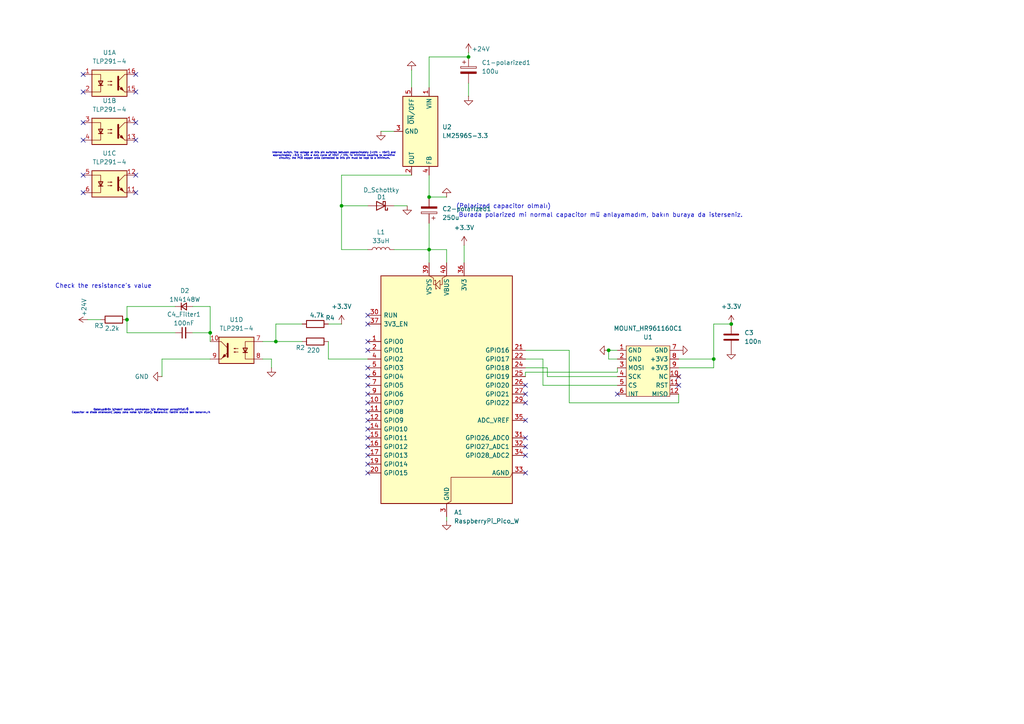
<source format=kicad_sch>
(kicad_sch
	(version 20250114)
	(generator "eeschema")
	(generator_version "9.0")
	(uuid "cd292a52-9735-4559-a968-bad285b9f1cb")
	(paper "A4")
	(lib_symbols
		(symbol "Device:C"
			(pin_numbers
				(hide yes)
			)
			(pin_names
				(offset 0.254)
			)
			(exclude_from_sim no)
			(in_bom yes)
			(on_board yes)
			(property "Reference" "C"
				(at 0.635 2.54 0)
				(effects
					(font
						(size 1.27 1.27)
					)
					(justify left)
				)
			)
			(property "Value" "C"
				(at 0.635 -2.54 0)
				(effects
					(font
						(size 1.27 1.27)
					)
					(justify left)
				)
			)
			(property "Footprint" ""
				(at 0.9652 -3.81 0)
				(effects
					(font
						(size 1.27 1.27)
					)
					(hide yes)
				)
			)
			(property "Datasheet" "~"
				(at 0 0 0)
				(effects
					(font
						(size 1.27 1.27)
					)
					(hide yes)
				)
			)
			(property "Description" "Unpolarized capacitor"
				(at 0 0 0)
				(effects
					(font
						(size 1.27 1.27)
					)
					(hide yes)
				)
			)
			(property "ki_keywords" "cap capacitor"
				(at 0 0 0)
				(effects
					(font
						(size 1.27 1.27)
					)
					(hide yes)
				)
			)
			(property "ki_fp_filters" "C_*"
				(at 0 0 0)
				(effects
					(font
						(size 1.27 1.27)
					)
					(hide yes)
				)
			)
			(symbol "C_0_1"
				(polyline
					(pts
						(xy -2.032 0.762) (xy 2.032 0.762)
					)
					(stroke
						(width 0.508)
						(type default)
					)
					(fill
						(type none)
					)
				)
				(polyline
					(pts
						(xy -2.032 -0.762) (xy 2.032 -0.762)
					)
					(stroke
						(width 0.508)
						(type default)
					)
					(fill
						(type none)
					)
				)
			)
			(symbol "C_1_1"
				(pin passive line
					(at 0 3.81 270)
					(length 2.794)
					(name "~"
						(effects
							(font
								(size 1.27 1.27)
							)
						)
					)
					(number "1"
						(effects
							(font
								(size 1.27 1.27)
							)
						)
					)
				)
				(pin passive line
					(at 0 -3.81 90)
					(length 2.794)
					(name "~"
						(effects
							(font
								(size 1.27 1.27)
							)
						)
					)
					(number "2"
						(effects
							(font
								(size 1.27 1.27)
							)
						)
					)
				)
			)
			(embedded_fonts no)
		)
		(symbol "Device:C_Polarized"
			(pin_numbers
				(hide yes)
			)
			(pin_names
				(offset 0.254)
			)
			(exclude_from_sim no)
			(in_bom yes)
			(on_board yes)
			(property "Reference" "C"
				(at 0.635 2.54 0)
				(effects
					(font
						(size 1.27 1.27)
					)
					(justify left)
				)
			)
			(property "Value" "C_Polarized"
				(at 0.635 -2.54 0)
				(effects
					(font
						(size 1.27 1.27)
					)
					(justify left)
				)
			)
			(property "Footprint" ""
				(at 0.9652 -3.81 0)
				(effects
					(font
						(size 1.27 1.27)
					)
					(hide yes)
				)
			)
			(property "Datasheet" "~"
				(at 0 0 0)
				(effects
					(font
						(size 1.27 1.27)
					)
					(hide yes)
				)
			)
			(property "Description" "Polarized capacitor"
				(at 0 0 0)
				(effects
					(font
						(size 1.27 1.27)
					)
					(hide yes)
				)
			)
			(property "ki_keywords" "cap capacitor"
				(at 0 0 0)
				(effects
					(font
						(size 1.27 1.27)
					)
					(hide yes)
				)
			)
			(property "ki_fp_filters" "CP_*"
				(at 0 0 0)
				(effects
					(font
						(size 1.27 1.27)
					)
					(hide yes)
				)
			)
			(symbol "C_Polarized_0_1"
				(rectangle
					(start -2.286 0.508)
					(end 2.286 1.016)
					(stroke
						(width 0)
						(type default)
					)
					(fill
						(type none)
					)
				)
				(polyline
					(pts
						(xy -1.778 2.286) (xy -0.762 2.286)
					)
					(stroke
						(width 0)
						(type default)
					)
					(fill
						(type none)
					)
				)
				(polyline
					(pts
						(xy -1.27 2.794) (xy -1.27 1.778)
					)
					(stroke
						(width 0)
						(type default)
					)
					(fill
						(type none)
					)
				)
				(rectangle
					(start 2.286 -0.508)
					(end -2.286 -1.016)
					(stroke
						(width 0)
						(type default)
					)
					(fill
						(type outline)
					)
				)
			)
			(symbol "C_Polarized_1_1"
				(pin passive line
					(at 0 3.81 270)
					(length 2.794)
					(name "~"
						(effects
							(font
								(size 1.27 1.27)
							)
						)
					)
					(number "1"
						(effects
							(font
								(size 1.27 1.27)
							)
						)
					)
				)
				(pin passive line
					(at 0 -3.81 90)
					(length 2.794)
					(name "~"
						(effects
							(font
								(size 1.27 1.27)
							)
						)
					)
					(number "2"
						(effects
							(font
								(size 1.27 1.27)
							)
						)
					)
				)
			)
			(embedded_fonts no)
		)
		(symbol "Device:C_Small"
			(pin_numbers
				(hide yes)
			)
			(pin_names
				(offset 0.254)
				(hide yes)
			)
			(exclude_from_sim no)
			(in_bom yes)
			(on_board yes)
			(property "Reference" "C"
				(at 0.254 1.778 0)
				(effects
					(font
						(size 1.27 1.27)
					)
					(justify left)
				)
			)
			(property "Value" "C_Small"
				(at 0.254 -2.032 0)
				(effects
					(font
						(size 1.27 1.27)
					)
					(justify left)
				)
			)
			(property "Footprint" ""
				(at 0 0 0)
				(effects
					(font
						(size 1.27 1.27)
					)
					(hide yes)
				)
			)
			(property "Datasheet" "~"
				(at 0 0 0)
				(effects
					(font
						(size 1.27 1.27)
					)
					(hide yes)
				)
			)
			(property "Description" "Unpolarized capacitor, small symbol"
				(at 0 0 0)
				(effects
					(font
						(size 1.27 1.27)
					)
					(hide yes)
				)
			)
			(property "ki_keywords" "capacitor cap"
				(at 0 0 0)
				(effects
					(font
						(size 1.27 1.27)
					)
					(hide yes)
				)
			)
			(property "ki_fp_filters" "C_*"
				(at 0 0 0)
				(effects
					(font
						(size 1.27 1.27)
					)
					(hide yes)
				)
			)
			(symbol "C_Small_0_1"
				(polyline
					(pts
						(xy -1.524 0.508) (xy 1.524 0.508)
					)
					(stroke
						(width 0.3048)
						(type default)
					)
					(fill
						(type none)
					)
				)
				(polyline
					(pts
						(xy -1.524 -0.508) (xy 1.524 -0.508)
					)
					(stroke
						(width 0.3302)
						(type default)
					)
					(fill
						(type none)
					)
				)
			)
			(symbol "C_Small_1_1"
				(pin passive line
					(at 0 2.54 270)
					(length 2.032)
					(name "~"
						(effects
							(font
								(size 1.27 1.27)
							)
						)
					)
					(number "1"
						(effects
							(font
								(size 1.27 1.27)
							)
						)
					)
				)
				(pin passive line
					(at 0 -2.54 90)
					(length 2.032)
					(name "~"
						(effects
							(font
								(size 1.27 1.27)
							)
						)
					)
					(number "2"
						(effects
							(font
								(size 1.27 1.27)
							)
						)
					)
				)
			)
			(embedded_fonts no)
		)
		(symbol "Device:D_Schottky"
			(pin_numbers
				(hide yes)
			)
			(pin_names
				(offset 1.016)
				(hide yes)
			)
			(exclude_from_sim no)
			(in_bom yes)
			(on_board yes)
			(property "Reference" "D"
				(at 0 2.54 0)
				(effects
					(font
						(size 1.27 1.27)
					)
				)
			)
			(property "Value" "D_Schottky"
				(at 0 -2.54 0)
				(effects
					(font
						(size 1.27 1.27)
					)
				)
			)
			(property "Footprint" ""
				(at 0 0 0)
				(effects
					(font
						(size 1.27 1.27)
					)
					(hide yes)
				)
			)
			(property "Datasheet" "~"
				(at 0 0 0)
				(effects
					(font
						(size 1.27 1.27)
					)
					(hide yes)
				)
			)
			(property "Description" "Schottky diode"
				(at 0 0 0)
				(effects
					(font
						(size 1.27 1.27)
					)
					(hide yes)
				)
			)
			(property "ki_keywords" "diode Schottky"
				(at 0 0 0)
				(effects
					(font
						(size 1.27 1.27)
					)
					(hide yes)
				)
			)
			(property "ki_fp_filters" "TO-???* *_Diode_* *SingleDiode* D_*"
				(at 0 0 0)
				(effects
					(font
						(size 1.27 1.27)
					)
					(hide yes)
				)
			)
			(symbol "D_Schottky_0_1"
				(polyline
					(pts
						(xy -1.905 0.635) (xy -1.905 1.27) (xy -1.27 1.27) (xy -1.27 -1.27) (xy -0.635 -1.27) (xy -0.635 -0.635)
					)
					(stroke
						(width 0.254)
						(type default)
					)
					(fill
						(type none)
					)
				)
				(polyline
					(pts
						(xy 1.27 1.27) (xy 1.27 -1.27) (xy -1.27 0) (xy 1.27 1.27)
					)
					(stroke
						(width 0.254)
						(type default)
					)
					(fill
						(type none)
					)
				)
				(polyline
					(pts
						(xy 1.27 0) (xy -1.27 0)
					)
					(stroke
						(width 0)
						(type default)
					)
					(fill
						(type none)
					)
				)
			)
			(symbol "D_Schottky_1_1"
				(pin passive line
					(at -3.81 0 0)
					(length 2.54)
					(name "K"
						(effects
							(font
								(size 1.27 1.27)
							)
						)
					)
					(number "1"
						(effects
							(font
								(size 1.27 1.27)
							)
						)
					)
				)
				(pin passive line
					(at 3.81 0 180)
					(length 2.54)
					(name "A"
						(effects
							(font
								(size 1.27 1.27)
							)
						)
					)
					(number "2"
						(effects
							(font
								(size 1.27 1.27)
							)
						)
					)
				)
			)
			(embedded_fonts no)
		)
		(symbol "Device:D_Small"
			(pin_numbers
				(hide yes)
			)
			(pin_names
				(offset 0.254)
				(hide yes)
			)
			(exclude_from_sim no)
			(in_bom yes)
			(on_board yes)
			(property "Reference" "D"
				(at -1.27 2.032 0)
				(effects
					(font
						(size 1.27 1.27)
					)
					(justify left)
				)
			)
			(property "Value" "D_Small"
				(at -3.81 -2.032 0)
				(effects
					(font
						(size 1.27 1.27)
					)
					(justify left)
				)
			)
			(property "Footprint" ""
				(at 0 0 90)
				(effects
					(font
						(size 1.27 1.27)
					)
					(hide yes)
				)
			)
			(property "Datasheet" "~"
				(at 0 0 90)
				(effects
					(font
						(size 1.27 1.27)
					)
					(hide yes)
				)
			)
			(property "Description" "Diode, small symbol"
				(at 0 0 0)
				(effects
					(font
						(size 1.27 1.27)
					)
					(hide yes)
				)
			)
			(property "Sim.Device" "D"
				(at 0 0 0)
				(effects
					(font
						(size 1.27 1.27)
					)
					(hide yes)
				)
			)
			(property "Sim.Pins" "1=K 2=A"
				(at 0 0 0)
				(effects
					(font
						(size 1.27 1.27)
					)
					(hide yes)
				)
			)
			(property "ki_keywords" "diode"
				(at 0 0 0)
				(effects
					(font
						(size 1.27 1.27)
					)
					(hide yes)
				)
			)
			(property "ki_fp_filters" "TO-???* *_Diode_* *SingleDiode* D_*"
				(at 0 0 0)
				(effects
					(font
						(size 1.27 1.27)
					)
					(hide yes)
				)
			)
			(symbol "D_Small_0_1"
				(polyline
					(pts
						(xy -0.762 0) (xy 0.762 0)
					)
					(stroke
						(width 0)
						(type default)
					)
					(fill
						(type none)
					)
				)
				(polyline
					(pts
						(xy -0.762 -1.016) (xy -0.762 1.016)
					)
					(stroke
						(width 0.254)
						(type default)
					)
					(fill
						(type none)
					)
				)
				(polyline
					(pts
						(xy 0.762 -1.016) (xy -0.762 0) (xy 0.762 1.016) (xy 0.762 -1.016)
					)
					(stroke
						(width 0.254)
						(type default)
					)
					(fill
						(type none)
					)
				)
			)
			(symbol "D_Small_1_1"
				(pin passive line
					(at -2.54 0 0)
					(length 1.778)
					(name "K"
						(effects
							(font
								(size 1.27 1.27)
							)
						)
					)
					(number "1"
						(effects
							(font
								(size 1.27 1.27)
							)
						)
					)
				)
				(pin passive line
					(at 2.54 0 180)
					(length 1.778)
					(name "A"
						(effects
							(font
								(size 1.27 1.27)
							)
						)
					)
					(number "2"
						(effects
							(font
								(size 1.27 1.27)
							)
						)
					)
				)
			)
			(embedded_fonts no)
		)
		(symbol "Device:L"
			(pin_numbers
				(hide yes)
			)
			(pin_names
				(offset 1.016)
				(hide yes)
			)
			(exclude_from_sim no)
			(in_bom yes)
			(on_board yes)
			(property "Reference" "L"
				(at -1.27 0 90)
				(effects
					(font
						(size 1.27 1.27)
					)
				)
			)
			(property "Value" "L"
				(at 1.905 0 90)
				(effects
					(font
						(size 1.27 1.27)
					)
				)
			)
			(property "Footprint" ""
				(at 0 0 0)
				(effects
					(font
						(size 1.27 1.27)
					)
					(hide yes)
				)
			)
			(property "Datasheet" "~"
				(at 0 0 0)
				(effects
					(font
						(size 1.27 1.27)
					)
					(hide yes)
				)
			)
			(property "Description" "Inductor"
				(at 0 0 0)
				(effects
					(font
						(size 1.27 1.27)
					)
					(hide yes)
				)
			)
			(property "ki_keywords" "inductor choke coil reactor magnetic"
				(at 0 0 0)
				(effects
					(font
						(size 1.27 1.27)
					)
					(hide yes)
				)
			)
			(property "ki_fp_filters" "Choke_* *Coil* Inductor_* L_*"
				(at 0 0 0)
				(effects
					(font
						(size 1.27 1.27)
					)
					(hide yes)
				)
			)
			(symbol "L_0_1"
				(arc
					(start 0 2.54)
					(mid 0.6323 1.905)
					(end 0 1.27)
					(stroke
						(width 0)
						(type default)
					)
					(fill
						(type none)
					)
				)
				(arc
					(start 0 1.27)
					(mid 0.6323 0.635)
					(end 0 0)
					(stroke
						(width 0)
						(type default)
					)
					(fill
						(type none)
					)
				)
				(arc
					(start 0 0)
					(mid 0.6323 -0.635)
					(end 0 -1.27)
					(stroke
						(width 0)
						(type default)
					)
					(fill
						(type none)
					)
				)
				(arc
					(start 0 -1.27)
					(mid 0.6323 -1.905)
					(end 0 -2.54)
					(stroke
						(width 0)
						(type default)
					)
					(fill
						(type none)
					)
				)
			)
			(symbol "L_1_1"
				(pin passive line
					(at 0 3.81 270)
					(length 1.27)
					(name "1"
						(effects
							(font
								(size 1.27 1.27)
							)
						)
					)
					(number "1"
						(effects
							(font
								(size 1.27 1.27)
							)
						)
					)
				)
				(pin passive line
					(at 0 -3.81 90)
					(length 1.27)
					(name "2"
						(effects
							(font
								(size 1.27 1.27)
							)
						)
					)
					(number "2"
						(effects
							(font
								(size 1.27 1.27)
							)
						)
					)
				)
			)
			(embedded_fonts no)
		)
		(symbol "Device:R"
			(pin_numbers
				(hide yes)
			)
			(pin_names
				(offset 0)
			)
			(exclude_from_sim no)
			(in_bom yes)
			(on_board yes)
			(property "Reference" "R"
				(at 2.032 0 90)
				(effects
					(font
						(size 1.27 1.27)
					)
				)
			)
			(property "Value" "R"
				(at 0 0 90)
				(effects
					(font
						(size 1.27 1.27)
					)
				)
			)
			(property "Footprint" ""
				(at -1.778 0 90)
				(effects
					(font
						(size 1.27 1.27)
					)
					(hide yes)
				)
			)
			(property "Datasheet" "~"
				(at 0 0 0)
				(effects
					(font
						(size 1.27 1.27)
					)
					(hide yes)
				)
			)
			(property "Description" "Resistor"
				(at 0 0 0)
				(effects
					(font
						(size 1.27 1.27)
					)
					(hide yes)
				)
			)
			(property "ki_keywords" "R res resistor"
				(at 0 0 0)
				(effects
					(font
						(size 1.27 1.27)
					)
					(hide yes)
				)
			)
			(property "ki_fp_filters" "R_*"
				(at 0 0 0)
				(effects
					(font
						(size 1.27 1.27)
					)
					(hide yes)
				)
			)
			(symbol "R_0_1"
				(rectangle
					(start -1.016 -2.54)
					(end 1.016 2.54)
					(stroke
						(width 0.254)
						(type default)
					)
					(fill
						(type none)
					)
				)
			)
			(symbol "R_1_1"
				(pin passive line
					(at 0 3.81 270)
					(length 1.27)
					(name "~"
						(effects
							(font
								(size 1.27 1.27)
							)
						)
					)
					(number "1"
						(effects
							(font
								(size 1.27 1.27)
							)
						)
					)
				)
				(pin passive line
					(at 0 -3.81 90)
					(length 1.27)
					(name "~"
						(effects
							(font
								(size 1.27 1.27)
							)
						)
					)
					(number "2"
						(effects
							(font
								(size 1.27 1.27)
							)
						)
					)
				)
			)
			(embedded_fonts no)
		)
		(symbol "Isolator:TLP291-4"
			(exclude_from_sim no)
			(in_bom yes)
			(on_board yes)
			(property "Reference" "U"
				(at -5.08 5.08 0)
				(effects
					(font
						(size 1.27 1.27)
					)
					(justify left)
				)
			)
			(property "Value" "TLP291-4"
				(at 0 5.08 0)
				(effects
					(font
						(size 1.27 1.27)
					)
					(justify left)
				)
			)
			(property "Footprint" "Package_SO:SOIC-16_4.55x10.3mm_P1.27mm"
				(at -5.08 -5.08 0)
				(effects
					(font
						(size 1.27 1.27)
						(italic yes)
					)
					(justify left)
					(hide yes)
				)
			)
			(property "Datasheet" "https://toshiba.semicon-storage.com/info/docget.jsp?did=12858&prodName=TLP291-4"
				(at 0 0 0)
				(effects
					(font
						(size 1.27 1.27)
					)
					(justify left)
					(hide yes)
				)
			)
			(property "Description" "Quad DC Optocoupler, Vce 80V, CTR 50-100%, SOP16"
				(at 0 0 0)
				(effects
					(font
						(size 1.27 1.27)
					)
					(hide yes)
				)
			)
			(property "ki_keywords" "NPN DC Quad Optocoupler"
				(at 0 0 0)
				(effects
					(font
						(size 1.27 1.27)
					)
					(hide yes)
				)
			)
			(property "ki_fp_filters" "SOIC*4.55x10.3mm*P1.27mm*"
				(at 0 0 0)
				(effects
					(font
						(size 1.27 1.27)
					)
					(hide yes)
				)
			)
			(symbol "TLP291-4_0_1"
				(rectangle
					(start -5.08 3.81)
					(end 5.08 -3.81)
					(stroke
						(width 0.254)
						(type default)
					)
					(fill
						(type background)
					)
				)
				(polyline
					(pts
						(xy -5.08 2.54) (xy -2.54 2.54) (xy -2.54 0.635)
					)
					(stroke
						(width 0)
						(type default)
					)
					(fill
						(type none)
					)
				)
				(polyline
					(pts
						(xy -3.175 -0.635) (xy -1.905 -0.635)
					)
					(stroke
						(width 0.254)
						(type default)
					)
					(fill
						(type none)
					)
				)
				(polyline
					(pts
						(xy -2.54 0.635) (xy -2.54 -2.54) (xy -5.08 -2.54)
					)
					(stroke
						(width 0)
						(type default)
					)
					(fill
						(type none)
					)
				)
				(polyline
					(pts
						(xy -2.54 -0.635) (xy -3.175 0.635) (xy -1.905 0.635) (xy -2.54 -0.635)
					)
					(stroke
						(width 0.254)
						(type default)
					)
					(fill
						(type none)
					)
				)
				(polyline
					(pts
						(xy -0.508 0.508) (xy 0.762 0.508) (xy 0.381 0.381) (xy 0.381 0.635) (xy 0.762 0.508)
					)
					(stroke
						(width 0)
						(type default)
					)
					(fill
						(type none)
					)
				)
				(polyline
					(pts
						(xy -0.508 -0.508) (xy 0.762 -0.508) (xy 0.381 -0.635) (xy 0.381 -0.381) (xy 0.762 -0.508)
					)
					(stroke
						(width 0)
						(type default)
					)
					(fill
						(type none)
					)
				)
				(polyline
					(pts
						(xy 2.54 1.905) (xy 2.54 -1.905)
					)
					(stroke
						(width 0.508)
						(type default)
					)
					(fill
						(type none)
					)
				)
				(polyline
					(pts
						(xy 2.54 0.635) (xy 4.445 2.54)
					)
					(stroke
						(width 0)
						(type default)
					)
					(fill
						(type none)
					)
				)
				(polyline
					(pts
						(xy 3.048 -1.651) (xy 3.556 -1.143) (xy 4.064 -2.159) (xy 3.048 -1.651)
					)
					(stroke
						(width 0)
						(type default)
					)
					(fill
						(type outline)
					)
				)
				(polyline
					(pts
						(xy 4.445 2.54) (xy 5.08 2.54)
					)
					(stroke
						(width 0)
						(type default)
					)
					(fill
						(type none)
					)
				)
				(polyline
					(pts
						(xy 4.445 -2.54) (xy 2.54 -0.635)
					)
					(stroke
						(width 0)
						(type default)
					)
					(fill
						(type outline)
					)
				)
				(polyline
					(pts
						(xy 4.445 -2.54) (xy 5.08 -2.54)
					)
					(stroke
						(width 0)
						(type default)
					)
					(fill
						(type none)
					)
				)
			)
			(symbol "TLP291-4_1_1"
				(pin passive line
					(at -7.62 2.54 0)
					(length 2.54)
					(name "~"
						(effects
							(font
								(size 1.27 1.27)
							)
						)
					)
					(number "1"
						(effects
							(font
								(size 1.27 1.27)
							)
						)
					)
				)
				(pin passive line
					(at -7.62 -2.54 0)
					(length 2.54)
					(name "~"
						(effects
							(font
								(size 1.27 1.27)
							)
						)
					)
					(number "2"
						(effects
							(font
								(size 1.27 1.27)
							)
						)
					)
				)
				(pin passive line
					(at 7.62 2.54 180)
					(length 2.54)
					(name "~"
						(effects
							(font
								(size 1.27 1.27)
							)
						)
					)
					(number "16"
						(effects
							(font
								(size 1.27 1.27)
							)
						)
					)
				)
				(pin passive line
					(at 7.62 -2.54 180)
					(length 2.54)
					(name "~"
						(effects
							(font
								(size 1.27 1.27)
							)
						)
					)
					(number "15"
						(effects
							(font
								(size 1.27 1.27)
							)
						)
					)
				)
			)
			(symbol "TLP291-4_2_1"
				(pin passive line
					(at -7.62 2.54 0)
					(length 2.54)
					(name "~"
						(effects
							(font
								(size 1.27 1.27)
							)
						)
					)
					(number "3"
						(effects
							(font
								(size 1.27 1.27)
							)
						)
					)
				)
				(pin passive line
					(at -7.62 -2.54 0)
					(length 2.54)
					(name "~"
						(effects
							(font
								(size 1.27 1.27)
							)
						)
					)
					(number "4"
						(effects
							(font
								(size 1.27 1.27)
							)
						)
					)
				)
				(pin passive line
					(at 7.62 2.54 180)
					(length 2.54)
					(name "~"
						(effects
							(font
								(size 1.27 1.27)
							)
						)
					)
					(number "14"
						(effects
							(font
								(size 1.27 1.27)
							)
						)
					)
				)
				(pin passive line
					(at 7.62 -2.54 180)
					(length 2.54)
					(name "~"
						(effects
							(font
								(size 1.27 1.27)
							)
						)
					)
					(number "13"
						(effects
							(font
								(size 1.27 1.27)
							)
						)
					)
				)
			)
			(symbol "TLP291-4_3_1"
				(pin passive line
					(at -7.62 2.54 0)
					(length 2.54)
					(name "~"
						(effects
							(font
								(size 1.27 1.27)
							)
						)
					)
					(number "5"
						(effects
							(font
								(size 1.27 1.27)
							)
						)
					)
				)
				(pin passive line
					(at -7.62 -2.54 0)
					(length 2.54)
					(name "~"
						(effects
							(font
								(size 1.27 1.27)
							)
						)
					)
					(number "6"
						(effects
							(font
								(size 1.27 1.27)
							)
						)
					)
				)
				(pin passive line
					(at 7.62 2.54 180)
					(length 2.54)
					(name "~"
						(effects
							(font
								(size 1.27 1.27)
							)
						)
					)
					(number "12"
						(effects
							(font
								(size 1.27 1.27)
							)
						)
					)
				)
				(pin passive line
					(at 7.62 -2.54 180)
					(length 2.54)
					(name "~"
						(effects
							(font
								(size 1.27 1.27)
							)
						)
					)
					(number "11"
						(effects
							(font
								(size 1.27 1.27)
							)
						)
					)
				)
			)
			(symbol "TLP291-4_4_1"
				(pin passive line
					(at -7.62 2.54 0)
					(length 2.54)
					(name "~"
						(effects
							(font
								(size 1.27 1.27)
							)
						)
					)
					(number "7"
						(effects
							(font
								(size 1.27 1.27)
							)
						)
					)
				)
				(pin passive line
					(at -7.62 -2.54 0)
					(length 2.54)
					(name "~"
						(effects
							(font
								(size 1.27 1.27)
							)
						)
					)
					(number "8"
						(effects
							(font
								(size 1.27 1.27)
							)
						)
					)
				)
				(pin passive line
					(at 7.62 2.54 180)
					(length 2.54)
					(name "~"
						(effects
							(font
								(size 1.27 1.27)
							)
						)
					)
					(number "10"
						(effects
							(font
								(size 1.27 1.27)
							)
						)
					)
				)
				(pin passive line
					(at 7.62 -2.54 180)
					(length 2.54)
					(name "~"
						(effects
							(font
								(size 1.27 1.27)
							)
						)
					)
					(number "9"
						(effects
							(font
								(size 1.27 1.27)
							)
						)
					)
				)
			)
			(embedded_fonts no)
		)
		(symbol "MCU_Module:RaspberryPi_Pico_W"
			(pin_names
				(offset 0.762)
			)
			(exclude_from_sim no)
			(in_bom yes)
			(on_board yes)
			(property "Reference" "A"
				(at -19.05 35.56 0)
				(effects
					(font
						(size 1.27 1.27)
					)
					(justify left)
				)
			)
			(property "Value" "RaspberryPi_Pico_W"
				(at 7.62 35.56 0)
				(effects
					(font
						(size 1.27 1.27)
					)
					(justify left)
				)
			)
			(property "Footprint" "Module:RaspberryPi_Pico_W_SMD_HandSolder"
				(at 0 -46.99 0)
				(effects
					(font
						(size 1.27 1.27)
					)
					(hide yes)
				)
			)
			(property "Datasheet" "https://datasheets.raspberrypi.com/picow/pico-w-datasheet.pdf"
				(at 0 -49.53 0)
				(effects
					(font
						(size 1.27 1.27)
					)
					(hide yes)
				)
			)
			(property "Description" "Versatile and inexpensive wireless microcontroller module powered by RP2040 dual-core Arm Cortex-M0+ processor up to 133 MHz, 264kB SRAM, 2MB QSPI flash, Infineon CYW43439 2.4GHz 802.11n wireless LAN; also supports Raspberry Pi Pico 2 W"
				(at 0 -52.07 0)
				(effects
					(font
						(size 1.27 1.27)
					)
					(hide yes)
				)
			)
			(property "ki_keywords" "RP2350A M33 RISC-V Hazard3 usb wifi bluetooth"
				(at 0 0 0)
				(effects
					(font
						(size 1.27 1.27)
					)
					(hide yes)
				)
			)
			(property "ki_fp_filters" "RaspberryPi?Pico?Common* RaspberryPi?Pico?W?SMD*"
				(at 0 0 0)
				(effects
					(font
						(size 1.27 1.27)
					)
					(hide yes)
				)
			)
			(symbol "RaspberryPi_Pico_W_0_1"
				(rectangle
					(start -19.05 34.29)
					(end 19.05 -31.75)
					(stroke
						(width 0.254)
						(type default)
					)
					(fill
						(type background)
					)
				)
				(polyline
					(pts
						(xy -5.08 34.29) (xy -3.81 33.655) (xy -3.81 31.75) (xy -3.175 31.75)
					)
					(stroke
						(width 0)
						(type default)
					)
					(fill
						(type none)
					)
				)
				(polyline
					(pts
						(xy -3.429 32.766) (xy -3.429 33.02) (xy -3.175 33.02) (xy -3.175 30.48) (xy -2.921 30.48) (xy -2.921 30.734)
					)
					(stroke
						(width 0)
						(type default)
					)
					(fill
						(type none)
					)
				)
				(polyline
					(pts
						(xy -3.175 31.75) (xy -1.905 33.02) (xy -1.905 30.48) (xy -3.175 31.75)
					)
					(stroke
						(width 0)
						(type default)
					)
					(fill
						(type none)
					)
				)
				(polyline
					(pts
						(xy 0 34.29) (xy -1.27 33.655) (xy -1.27 31.75) (xy -1.905 31.75)
					)
					(stroke
						(width 0)
						(type default)
					)
					(fill
						(type none)
					)
				)
				(polyline
					(pts
						(xy 0 -31.75) (xy 1.27 -31.115) (xy 1.27 -24.13) (xy 18.415 -24.13) (xy 19.05 -22.86)
					)
					(stroke
						(width 0)
						(type default)
					)
					(fill
						(type none)
					)
				)
			)
			(symbol "RaspberryPi_Pico_W_1_1"
				(pin passive line
					(at -22.86 22.86 0)
					(length 3.81)
					(name "RUN"
						(effects
							(font
								(size 1.27 1.27)
							)
						)
					)
					(number "30"
						(effects
							(font
								(size 1.27 1.27)
							)
						)
					)
					(alternate "~{RESET}" passive line)
				)
				(pin passive line
					(at -22.86 20.32 0)
					(length 3.81)
					(name "3V3_EN"
						(effects
							(font
								(size 1.27 1.27)
							)
						)
					)
					(number "37"
						(effects
							(font
								(size 1.27 1.27)
							)
						)
					)
					(alternate "~{3V3_DISABLE}" passive line)
				)
				(pin bidirectional line
					(at -22.86 15.24 0)
					(length 3.81)
					(name "GPIO0"
						(effects
							(font
								(size 1.27 1.27)
							)
						)
					)
					(number "1"
						(effects
							(font
								(size 1.27 1.27)
							)
						)
					)
					(alternate "I2C0_SDA" bidirectional line)
					(alternate "PWM0_A" output line)
					(alternate "SPI0_RX" input line)
					(alternate "UART0_TX" output line)
					(alternate "USB_OVCUR_DET" input line)
				)
				(pin bidirectional line
					(at -22.86 12.7 0)
					(length 3.81)
					(name "GPIO1"
						(effects
							(font
								(size 1.27 1.27)
							)
						)
					)
					(number "2"
						(effects
							(font
								(size 1.27 1.27)
							)
						)
					)
					(alternate "I2C0_SCL" bidirectional clock)
					(alternate "PWM0_B" bidirectional line)
					(alternate "UART0_RX" input line)
					(alternate "USB_VBUS_DET" passive line)
					(alternate "~{SPI0_CSn}" bidirectional line)
				)
				(pin bidirectional line
					(at -22.86 10.16 0)
					(length 3.81)
					(name "GPIO2"
						(effects
							(font
								(size 1.27 1.27)
							)
						)
					)
					(number "4"
						(effects
							(font
								(size 1.27 1.27)
							)
						)
					)
					(alternate "I2C1_SDA" bidirectional line)
					(alternate "PWM1_A" output line)
					(alternate "SPI0_SCK" bidirectional clock)
					(alternate "UART0_CTS" input line)
					(alternate "USB_VBUS_EN" output line)
				)
				(pin bidirectional line
					(at -22.86 7.62 0)
					(length 3.81)
					(name "GPIO3"
						(effects
							(font
								(size 1.27 1.27)
							)
						)
					)
					(number "5"
						(effects
							(font
								(size 1.27 1.27)
							)
						)
					)
					(alternate "I2C1_SCL" bidirectional clock)
					(alternate "PWM1_B" bidirectional line)
					(alternate "SPI0_TX" output line)
					(alternate "UART0_RTS" output line)
					(alternate "USB_OVCUR_DET" input line)
				)
				(pin bidirectional line
					(at -22.86 5.08 0)
					(length 3.81)
					(name "GPIO4"
						(effects
							(font
								(size 1.27 1.27)
							)
						)
					)
					(number "6"
						(effects
							(font
								(size 1.27 1.27)
							)
						)
					)
					(alternate "I2C0_SDA" bidirectional line)
					(alternate "PWM2_A" output line)
					(alternate "SPI0_RX" input line)
					(alternate "UART1_TX" output line)
					(alternate "USB_VBUS_DET" input line)
				)
				(pin bidirectional line
					(at -22.86 2.54 0)
					(length 3.81)
					(name "GPIO5"
						(effects
							(font
								(size 1.27 1.27)
							)
						)
					)
					(number "7"
						(effects
							(font
								(size 1.27 1.27)
							)
						)
					)
					(alternate "I2C0_SCL" bidirectional clock)
					(alternate "PWM2_B" bidirectional line)
					(alternate "UART1_RX" input line)
					(alternate "USB_VBUS_EN" output line)
					(alternate "~{SPI0_CSn}" bidirectional line)
				)
				(pin bidirectional line
					(at -22.86 0 0)
					(length 3.81)
					(name "GPIO6"
						(effects
							(font
								(size 1.27 1.27)
							)
						)
					)
					(number "9"
						(effects
							(font
								(size 1.27 1.27)
							)
						)
					)
					(alternate "I2C1_SDA" bidirectional line)
					(alternate "PWM3_A" output line)
					(alternate "SPI0_SCK" bidirectional clock)
					(alternate "UART1_CTS" input line)
					(alternate "USB_OVCUR_DET" input line)
				)
				(pin bidirectional line
					(at -22.86 -2.54 0)
					(length 3.81)
					(name "GPIO7"
						(effects
							(font
								(size 1.27 1.27)
							)
						)
					)
					(number "10"
						(effects
							(font
								(size 1.27 1.27)
							)
						)
					)
					(alternate "I2C1_SCL" bidirectional clock)
					(alternate "PWM3_B" bidirectional line)
					(alternate "SPI0_TX" output line)
					(alternate "UART1_RTS" output line)
					(alternate "USB_VBUS_DET" input line)
				)
				(pin bidirectional line
					(at -22.86 -5.08 0)
					(length 3.81)
					(name "GPIO8"
						(effects
							(font
								(size 1.27 1.27)
							)
						)
					)
					(number "11"
						(effects
							(font
								(size 1.27 1.27)
							)
						)
					)
					(alternate "I2C0_SDA" bidirectional line)
					(alternate "PWM4_A" output line)
					(alternate "SPI1_RX" input line)
					(alternate "UART1_TX" output line)
					(alternate "USB_VBUS_EN" output line)
				)
				(pin bidirectional line
					(at -22.86 -7.62 0)
					(length 3.81)
					(name "GPIO9"
						(effects
							(font
								(size 1.27 1.27)
							)
						)
					)
					(number "12"
						(effects
							(font
								(size 1.27 1.27)
							)
						)
					)
					(alternate "I2C0_SCL" bidirectional clock)
					(alternate "PWM4_B" bidirectional line)
					(alternate "UART1_RX" input line)
					(alternate "USB_OVCUR_DET" input line)
					(alternate "~{SPI1_CSn}" bidirectional line)
				)
				(pin bidirectional line
					(at -22.86 -10.16 0)
					(length 3.81)
					(name "GPIO10"
						(effects
							(font
								(size 1.27 1.27)
							)
						)
					)
					(number "14"
						(effects
							(font
								(size 1.27 1.27)
							)
						)
					)
					(alternate "I2C1_SDA" bidirectional line)
					(alternate "PWM5_A" output line)
					(alternate "SPI1_SCK" bidirectional clock)
					(alternate "UART1_CTS" input line)
					(alternate "USB_VBUS_DET" input line)
				)
				(pin bidirectional line
					(at -22.86 -12.7 0)
					(length 3.81)
					(name "GPIO11"
						(effects
							(font
								(size 1.27 1.27)
							)
						)
					)
					(number "15"
						(effects
							(font
								(size 1.27 1.27)
							)
						)
					)
					(alternate "I2C1_SCL" bidirectional clock)
					(alternate "PWM5_B" bidirectional line)
					(alternate "SPI1_TX" output line)
					(alternate "UART1_RTS" output line)
					(alternate "USB_VBUS_EN" output line)
				)
				(pin bidirectional line
					(at -22.86 -15.24 0)
					(length 3.81)
					(name "GPIO12"
						(effects
							(font
								(size 1.27 1.27)
							)
						)
					)
					(number "16"
						(effects
							(font
								(size 1.27 1.27)
							)
						)
					)
					(alternate "I2C0_SDA" bidirectional line)
					(alternate "PWM6_A" output line)
					(alternate "SPI1_RX" input line)
					(alternate "UART0_TX" output line)
					(alternate "USB_OVCUR_DET" input line)
				)
				(pin bidirectional line
					(at -22.86 -17.78 0)
					(length 3.81)
					(name "GPIO13"
						(effects
							(font
								(size 1.27 1.27)
							)
						)
					)
					(number "17"
						(effects
							(font
								(size 1.27 1.27)
							)
						)
					)
					(alternate "I2C0_SCL" bidirectional clock)
					(alternate "PWM6_B" bidirectional line)
					(alternate "UART0_RX" input line)
					(alternate "USB_VBUS_DET" input line)
					(alternate "~{SPI1_CSn}" bidirectional line)
				)
				(pin bidirectional line
					(at -22.86 -20.32 0)
					(length 3.81)
					(name "GPIO14"
						(effects
							(font
								(size 1.27 1.27)
							)
						)
					)
					(number "19"
						(effects
							(font
								(size 1.27 1.27)
							)
						)
					)
					(alternate "I2C1_SDA" bidirectional line)
					(alternate "PWM7_A" output line)
					(alternate "SPI1_SCK" bidirectional clock)
					(alternate "UART0_CTS" input line)
					(alternate "USB_VBUS_EN" output line)
				)
				(pin bidirectional line
					(at -22.86 -22.86 0)
					(length 3.81)
					(name "GPIO15"
						(effects
							(font
								(size 1.27 1.27)
							)
						)
					)
					(number "20"
						(effects
							(font
								(size 1.27 1.27)
							)
						)
					)
					(alternate "I2C1_SCL" bidirectional clock)
					(alternate "PWM7_B" bidirectional line)
					(alternate "SPI1_TX" output line)
					(alternate "UART0_RTS" output line)
					(alternate "USB_OVCUR_DET" input line)
				)
				(pin power_in line
					(at -5.08 38.1 270)
					(length 3.81)
					(name "VSYS"
						(effects
							(font
								(size 1.27 1.27)
							)
						)
					)
					(number "39"
						(effects
							(font
								(size 1.27 1.27)
							)
						)
					)
					(alternate "VSYS_OUT" power_out line)
				)
				(pin power_out line
					(at 0 38.1 270)
					(length 3.81)
					(name "VBUS"
						(effects
							(font
								(size 1.27 1.27)
							)
						)
					)
					(number "40"
						(effects
							(font
								(size 1.27 1.27)
							)
						)
					)
					(alternate "VBUS_IN" power_in line)
				)
				(pin passive line
					(at 0 -35.56 90)
					(length 3.81)
					(hide yes)
					(name "GND"
						(effects
							(font
								(size 1.27 1.27)
							)
						)
					)
					(number "13"
						(effects
							(font
								(size 1.27 1.27)
							)
						)
					)
				)
				(pin passive line
					(at 0 -35.56 90)
					(length 3.81)
					(hide yes)
					(name "GND"
						(effects
							(font
								(size 1.27 1.27)
							)
						)
					)
					(number "18"
						(effects
							(font
								(size 1.27 1.27)
							)
						)
					)
				)
				(pin passive line
					(at 0 -35.56 90)
					(length 3.81)
					(hide yes)
					(name "GND"
						(effects
							(font
								(size 1.27 1.27)
							)
						)
					)
					(number "23"
						(effects
							(font
								(size 1.27 1.27)
							)
						)
					)
				)
				(pin passive line
					(at 0 -35.56 90)
					(length 3.81)
					(hide yes)
					(name "GND"
						(effects
							(font
								(size 1.27 1.27)
							)
						)
					)
					(number "28"
						(effects
							(font
								(size 1.27 1.27)
							)
						)
					)
				)
				(pin power_out line
					(at 0 -35.56 90)
					(length 3.81)
					(name "GND"
						(effects
							(font
								(size 1.27 1.27)
							)
						)
					)
					(number "3"
						(effects
							(font
								(size 1.27 1.27)
							)
						)
					)
					(alternate "GND_IN" power_in line)
				)
				(pin passive line
					(at 0 -35.56 90)
					(length 3.81)
					(hide yes)
					(name "GND"
						(effects
							(font
								(size 1.27 1.27)
							)
						)
					)
					(number "38"
						(effects
							(font
								(size 1.27 1.27)
							)
						)
					)
				)
				(pin passive line
					(at 0 -35.56 90)
					(length 3.81)
					(hide yes)
					(name "GND"
						(effects
							(font
								(size 1.27 1.27)
							)
						)
					)
					(number "8"
						(effects
							(font
								(size 1.27 1.27)
							)
						)
					)
				)
				(pin power_out line
					(at 5.08 38.1 270)
					(length 3.81)
					(name "3V3"
						(effects
							(font
								(size 1.27 1.27)
							)
						)
					)
					(number "36"
						(effects
							(font
								(size 1.27 1.27)
							)
						)
					)
				)
				(pin bidirectional line
					(at 22.86 12.7 180)
					(length 3.81)
					(name "GPIO16"
						(effects
							(font
								(size 1.27 1.27)
							)
						)
					)
					(number "21"
						(effects
							(font
								(size 1.27 1.27)
							)
						)
					)
					(alternate "I2C0_SDA" bidirectional line)
					(alternate "PWM0_A" output line)
					(alternate "SPI0_RX" input line)
					(alternate "UART0_TX" output line)
					(alternate "USB_VBUS_DET" input line)
				)
				(pin bidirectional line
					(at 22.86 10.16 180)
					(length 3.81)
					(name "GPIO17"
						(effects
							(font
								(size 1.27 1.27)
							)
						)
					)
					(number "22"
						(effects
							(font
								(size 1.27 1.27)
							)
						)
					)
					(alternate "I2C0_SCL" bidirectional clock)
					(alternate "PWM0_B" bidirectional line)
					(alternate "UART0_RX" input line)
					(alternate "USB_VBUS_EN" output line)
					(alternate "~{SPI0_CSn}" bidirectional line)
				)
				(pin bidirectional line
					(at 22.86 7.62 180)
					(length 3.81)
					(name "GPIO18"
						(effects
							(font
								(size 1.27 1.27)
							)
						)
					)
					(number "24"
						(effects
							(font
								(size 1.27 1.27)
							)
						)
					)
					(alternate "I2C1_SDA" bidirectional line)
					(alternate "PWM1_A" output line)
					(alternate "SPI0_SCK" bidirectional clock)
					(alternate "UART0_CTS" input line)
					(alternate "USB_OVCUR_DET" input line)
				)
				(pin bidirectional line
					(at 22.86 5.08 180)
					(length 3.81)
					(name "GPIO19"
						(effects
							(font
								(size 1.27 1.27)
							)
						)
					)
					(number "25"
						(effects
							(font
								(size 1.27 1.27)
							)
						)
					)
					(alternate "I2C1_SCL" bidirectional clock)
					(alternate "PWM1_B" bidirectional line)
					(alternate "SPI0_TX" output line)
					(alternate "UART0_RTS" output line)
					(alternate "USB_VBUS_DET" input line)
				)
				(pin bidirectional line
					(at 22.86 2.54 180)
					(length 3.81)
					(name "GPIO20"
						(effects
							(font
								(size 1.27 1.27)
							)
						)
					)
					(number "26"
						(effects
							(font
								(size 1.27 1.27)
							)
						)
					)
					(alternate "CLOCK_GPIN0" input clock)
					(alternate "I2C0_SDA" bidirectional line)
					(alternate "PWM2_A" output line)
					(alternate "SPI0_RX" input line)
					(alternate "UART1_TX" output line)
					(alternate "USB_VBUS_EN" output line)
				)
				(pin bidirectional line
					(at 22.86 0 180)
					(length 3.81)
					(name "GPIO21"
						(effects
							(font
								(size 1.27 1.27)
							)
						)
					)
					(number "27"
						(effects
							(font
								(size 1.27 1.27)
							)
						)
					)
					(alternate "CLOCK_GPOUT0" output clock)
					(alternate "I2C0_SCL" bidirectional clock)
					(alternate "PWM2_B" bidirectional line)
					(alternate "UART1_RX" input line)
					(alternate "USB_OVCUR_DET" input line)
					(alternate "~{SPI0_CSn}" bidirectional line)
				)
				(pin bidirectional line
					(at 22.86 -2.54 180)
					(length 3.81)
					(name "GPIO22"
						(effects
							(font
								(size 1.27 1.27)
							)
						)
					)
					(number "29"
						(effects
							(font
								(size 1.27 1.27)
							)
						)
					)
					(alternate "CLOCK_GPIN1" input clock)
					(alternate "I2C1_SDA" bidirectional line)
					(alternate "PWM3_A" output line)
					(alternate "SPI0_SCK" bidirectional clock)
					(alternate "UART1_CTS" input line)
					(alternate "USB_VBUS_DET" input line)
				)
				(pin power_in line
					(at 22.86 -7.62 180)
					(length 3.81)
					(name "ADC_VREF"
						(effects
							(font
								(size 1.27 1.27)
							)
						)
					)
					(number "35"
						(effects
							(font
								(size 1.27 1.27)
							)
						)
					)
				)
				(pin bidirectional line
					(at 22.86 -12.7 180)
					(length 3.81)
					(name "GPIO26_ADC0"
						(effects
							(font
								(size 1.27 1.27)
							)
						)
					)
					(number "31"
						(effects
							(font
								(size 1.27 1.27)
							)
						)
					)
					(alternate "ADC0" input line)
					(alternate "GPIO26" bidirectional line)
					(alternate "I2C1_SDA" bidirectional line)
					(alternate "PWM5_A" output line)
					(alternate "SPI1_SCK" bidirectional clock)
					(alternate "UART1_CTS" input line)
					(alternate "USB_VBUS_EN" output line)
				)
				(pin bidirectional line
					(at 22.86 -15.24 180)
					(length 3.81)
					(name "GPIO27_ADC1"
						(effects
							(font
								(size 1.27 1.27)
							)
						)
					)
					(number "32"
						(effects
							(font
								(size 1.27 1.27)
							)
						)
					)
					(alternate "ADC1" input line)
					(alternate "GPIO27" bidirectional line)
					(alternate "I2C1_SCL" bidirectional clock)
					(alternate "PWM5_B" bidirectional line)
					(alternate "SPI1_TX" output line)
					(alternate "UART1_RTS" output line)
					(alternate "USB_OVCUR_DET" input line)
				)
				(pin bidirectional line
					(at 22.86 -17.78 180)
					(length 3.81)
					(name "GPIO28_ADC2"
						(effects
							(font
								(size 1.27 1.27)
							)
						)
					)
					(number "34"
						(effects
							(font
								(size 1.27 1.27)
							)
						)
					)
					(alternate "ADC2" input line)
					(alternate "GPIO28" bidirectional line)
					(alternate "I2C0_SDA" bidirectional line)
					(alternate "PWM6_A" output line)
					(alternate "SPI1_RX" input line)
					(alternate "UART0_TX" output line)
					(alternate "USB_VBUS_DET" input line)
				)
				(pin power_out line
					(at 22.86 -22.86 180)
					(length 3.81)
					(name "AGND"
						(effects
							(font
								(size 1.27 1.27)
							)
						)
					)
					(number "33"
						(effects
							(font
								(size 1.27 1.27)
							)
						)
					)
					(alternate "GND" passive line)
				)
			)
			(embedded_fonts no)
		)
		(symbol "Regulator_Switching:LM2596S-3.3"
			(exclude_from_sim no)
			(in_bom yes)
			(on_board yes)
			(property "Reference" "U"
				(at -10.16 6.35 0)
				(effects
					(font
						(size 1.27 1.27)
					)
					(justify left)
				)
			)
			(property "Value" "LM2596S-3.3"
				(at 0 6.35 0)
				(effects
					(font
						(size 1.27 1.27)
					)
					(justify left)
				)
			)
			(property "Footprint" "Package_TO_SOT_SMD:TO-263-5_TabPin3"
				(at 1.27 -6.35 0)
				(effects
					(font
						(size 1.27 1.27)
						(italic yes)
					)
					(justify left)
					(hide yes)
				)
			)
			(property "Datasheet" "http://www.ti.com/lit/ds/symlink/lm2596.pdf"
				(at 0 0 0)
				(effects
					(font
						(size 1.27 1.27)
					)
					(hide yes)
				)
			)
			(property "Description" "3.3V 3A Step-Down Voltage Regulator, TO-263"
				(at 0 0 0)
				(effects
					(font
						(size 1.27 1.27)
					)
					(hide yes)
				)
			)
			(property "ki_keywords" "Step-Down Voltage Regulator 3.3V 3A"
				(at 0 0 0)
				(effects
					(font
						(size 1.27 1.27)
					)
					(hide yes)
				)
			)
			(property "ki_fp_filters" "TO?263*"
				(at 0 0 0)
				(effects
					(font
						(size 1.27 1.27)
					)
					(hide yes)
				)
			)
			(symbol "LM2596S-3.3_0_1"
				(rectangle
					(start -10.16 5.08)
					(end 10.16 -5.08)
					(stroke
						(width 0.254)
						(type default)
					)
					(fill
						(type background)
					)
				)
			)
			(symbol "LM2596S-3.3_1_1"
				(pin power_in line
					(at -12.7 2.54 0)
					(length 2.54)
					(name "VIN"
						(effects
							(font
								(size 1.27 1.27)
							)
						)
					)
					(number "1"
						(effects
							(font
								(size 1.27 1.27)
							)
						)
					)
				)
				(pin input line
					(at -12.7 -2.54 0)
					(length 2.54)
					(name "~{ON}/OFF"
						(effects
							(font
								(size 1.27 1.27)
							)
						)
					)
					(number "5"
						(effects
							(font
								(size 1.27 1.27)
							)
						)
					)
				)
				(pin power_in line
					(at 0 -7.62 90)
					(length 2.54)
					(name "GND"
						(effects
							(font
								(size 1.27 1.27)
							)
						)
					)
					(number "3"
						(effects
							(font
								(size 1.27 1.27)
							)
						)
					)
				)
				(pin input line
					(at 12.7 2.54 180)
					(length 2.54)
					(name "FB"
						(effects
							(font
								(size 1.27 1.27)
							)
						)
					)
					(number "4"
						(effects
							(font
								(size 1.27 1.27)
							)
						)
					)
				)
				(pin output line
					(at 12.7 -2.54 180)
					(length 2.54)
					(name "OUT"
						(effects
							(font
								(size 1.27 1.27)
							)
						)
					)
					(number "2"
						(effects
							(font
								(size 1.27 1.27)
							)
						)
					)
				)
			)
			(embedded_fonts no)
		)
		(symbol "Rover:HR961160C"
			(exclude_from_sim no)
			(in_bom yes)
			(on_board yes)
			(property "Reference" "MOUNT_HR961160C"
				(at 6.604 -16.256 0)
				(effects
					(font
						(size 1.27 1.27)
					)
				)
			)
			(property "Value" ""
				(at 0 0 0)
				(effects
					(font
						(size 1.27 1.27)
					)
				)
			)
			(property "Footprint" ""
				(at 0 0 0)
				(effects
					(font
						(size 1.27 1.27)
					)
					(hide yes)
				)
			)
			(property "Datasheet" ""
				(at 0 0 0)
				(effects
					(font
						(size 1.27 1.27)
					)
					(hide yes)
				)
			)
			(property "Description" ""
				(at 0 0 0)
				(effects
					(font
						(size 1.27 1.27)
					)
					(hide yes)
				)
			)
			(symbol "HR961160C_1_1"
				(rectangle
					(start 0 0)
					(end 12.7 -14.605)
					(stroke
						(width 0)
						(type solid)
					)
					(fill
						(type background)
					)
				)
				(pin input line
					(at -2.54 -1.27 0)
					(length 2.54)
					(name "GND"
						(effects
							(font
								(size 1.27 1.27)
							)
						)
					)
					(number "1"
						(effects
							(font
								(size 1.27 1.27)
							)
						)
					)
				)
				(pin input line
					(at -2.54 -3.81 0)
					(length 2.54)
					(name "GND"
						(effects
							(font
								(size 1.27 1.27)
							)
						)
					)
					(number "2"
						(effects
							(font
								(size 1.27 1.27)
							)
						)
					)
				)
				(pin input line
					(at -2.54 -6.35 0)
					(length 2.54)
					(name "MOSI"
						(effects
							(font
								(size 1.27 1.27)
							)
						)
					)
					(number "3"
						(effects
							(font
								(size 1.27 1.27)
							)
						)
					)
				)
				(pin input line
					(at -2.54 -8.89 0)
					(length 2.54)
					(name "SCK"
						(effects
							(font
								(size 1.27 1.27)
							)
						)
					)
					(number "4"
						(effects
							(font
								(size 1.27 1.27)
							)
						)
					)
				)
				(pin input line
					(at -2.54 -11.43 0)
					(length 2.54)
					(name "CS"
						(effects
							(font
								(size 1.27 1.27)
							)
						)
					)
					(number "5"
						(effects
							(font
								(size 1.27 1.27)
							)
						)
					)
				)
				(pin open_collector line
					(at -2.54 -13.97 0)
					(length 2.54)
					(name "INT"
						(effects
							(font
								(size 1.27 1.27)
							)
						)
					)
					(number "6"
						(effects
							(font
								(size 1.27 1.27)
							)
						)
					)
				)
				(pin input line
					(at 15.24 -1.27 180)
					(length 2.54)
					(name "GND"
						(effects
							(font
								(size 1.27 1.27)
							)
						)
					)
					(number "7"
						(effects
							(font
								(size 1.27 1.27)
							)
						)
					)
				)
				(pin input line
					(at 15.24 -3.81 180)
					(length 2.54)
					(name "+3V3"
						(effects
							(font
								(size 1.27 1.27)
							)
						)
					)
					(number "8"
						(effects
							(font
								(size 1.27 1.27)
							)
						)
					)
				)
				(pin input line
					(at 15.24 -6.35 180)
					(length 2.54)
					(name "+3V3"
						(effects
							(font
								(size 1.27 1.27)
							)
						)
					)
					(number "9"
						(effects
							(font
								(size 1.27 1.27)
							)
						)
					)
				)
				(pin no_connect line
					(at 15.24 -8.89 180)
					(length 2.54)
					(name "NC"
						(effects
							(font
								(size 1.27 1.27)
							)
						)
					)
					(number "10"
						(effects
							(font
								(size 1.27 1.27)
							)
						)
					)
				)
				(pin input line
					(at 15.24 -11.43 180)
					(length 2.54)
					(name "RST"
						(effects
							(font
								(size 1.27 1.27)
							)
						)
					)
					(number "11"
						(effects
							(font
								(size 1.27 1.27)
							)
						)
					)
				)
				(pin output line
					(at 15.24 -13.97 180)
					(length 2.54)
					(name "MISO"
						(effects
							(font
								(size 1.27 1.27)
							)
						)
					)
					(number "12"
						(effects
							(font
								(size 1.27 1.27)
							)
						)
					)
				)
			)
			(embedded_fonts no)
		)
		(symbol "power:+24V"
			(power)
			(pin_numbers
				(hide yes)
			)
			(pin_names
				(offset 0)
				(hide yes)
			)
			(exclude_from_sim no)
			(in_bom yes)
			(on_board yes)
			(property "Reference" "#PWR"
				(at 0 -3.81 0)
				(effects
					(font
						(size 1.27 1.27)
					)
					(hide yes)
				)
			)
			(property "Value" "+24V"
				(at 0 3.556 0)
				(effects
					(font
						(size 1.27 1.27)
					)
				)
			)
			(property "Footprint" ""
				(at 0 0 0)
				(effects
					(font
						(size 1.27 1.27)
					)
					(hide yes)
				)
			)
			(property "Datasheet" ""
				(at 0 0 0)
				(effects
					(font
						(size 1.27 1.27)
					)
					(hide yes)
				)
			)
			(property "Description" "Power symbol creates a global label with name \"+24V\""
				(at 0 0 0)
				(effects
					(font
						(size 1.27 1.27)
					)
					(hide yes)
				)
			)
			(property "ki_keywords" "global power"
				(at 0 0 0)
				(effects
					(font
						(size 1.27 1.27)
					)
					(hide yes)
				)
			)
			(symbol "+24V_0_1"
				(polyline
					(pts
						(xy -0.762 1.27) (xy 0 2.54)
					)
					(stroke
						(width 0)
						(type default)
					)
					(fill
						(type none)
					)
				)
				(polyline
					(pts
						(xy 0 2.54) (xy 0.762 1.27)
					)
					(stroke
						(width 0)
						(type default)
					)
					(fill
						(type none)
					)
				)
				(polyline
					(pts
						(xy 0 0) (xy 0 2.54)
					)
					(stroke
						(width 0)
						(type default)
					)
					(fill
						(type none)
					)
				)
			)
			(symbol "+24V_1_1"
				(pin power_in line
					(at 0 0 90)
					(length 0)
					(name "~"
						(effects
							(font
								(size 1.27 1.27)
							)
						)
					)
					(number "1"
						(effects
							(font
								(size 1.27 1.27)
							)
						)
					)
				)
			)
			(embedded_fonts no)
		)
		(symbol "power:+3.3V"
			(power)
			(pin_numbers
				(hide yes)
			)
			(pin_names
				(offset 0)
				(hide yes)
			)
			(exclude_from_sim no)
			(in_bom yes)
			(on_board yes)
			(property "Reference" "#PWR"
				(at 0 -3.81 0)
				(effects
					(font
						(size 1.27 1.27)
					)
					(hide yes)
				)
			)
			(property "Value" "+3.3V"
				(at 0 3.556 0)
				(effects
					(font
						(size 1.27 1.27)
					)
				)
			)
			(property "Footprint" ""
				(at 0 0 0)
				(effects
					(font
						(size 1.27 1.27)
					)
					(hide yes)
				)
			)
			(property "Datasheet" ""
				(at 0 0 0)
				(effects
					(font
						(size 1.27 1.27)
					)
					(hide yes)
				)
			)
			(property "Description" "Power symbol creates a global label with name \"+3.3V\""
				(at 0 0 0)
				(effects
					(font
						(size 1.27 1.27)
					)
					(hide yes)
				)
			)
			(property "ki_keywords" "global power"
				(at 0 0 0)
				(effects
					(font
						(size 1.27 1.27)
					)
					(hide yes)
				)
			)
			(symbol "+3.3V_0_1"
				(polyline
					(pts
						(xy -0.762 1.27) (xy 0 2.54)
					)
					(stroke
						(width 0)
						(type default)
					)
					(fill
						(type none)
					)
				)
				(polyline
					(pts
						(xy 0 2.54) (xy 0.762 1.27)
					)
					(stroke
						(width 0)
						(type default)
					)
					(fill
						(type none)
					)
				)
				(polyline
					(pts
						(xy 0 0) (xy 0 2.54)
					)
					(stroke
						(width 0)
						(type default)
					)
					(fill
						(type none)
					)
				)
			)
			(symbol "+3.3V_1_1"
				(pin power_in line
					(at 0 0 90)
					(length 0)
					(name "~"
						(effects
							(font
								(size 1.27 1.27)
							)
						)
					)
					(number "1"
						(effects
							(font
								(size 1.27 1.27)
							)
						)
					)
				)
			)
			(embedded_fonts no)
		)
		(symbol "power:GND"
			(power)
			(pin_numbers
				(hide yes)
			)
			(pin_names
				(offset 0)
				(hide yes)
			)
			(exclude_from_sim no)
			(in_bom yes)
			(on_board yes)
			(property "Reference" "#PWR"
				(at 0 -6.35 0)
				(effects
					(font
						(size 1.27 1.27)
					)
					(hide yes)
				)
			)
			(property "Value" "GND"
				(at 0 -3.81 0)
				(effects
					(font
						(size 1.27 1.27)
					)
				)
			)
			(property "Footprint" ""
				(at 0 0 0)
				(effects
					(font
						(size 1.27 1.27)
					)
					(hide yes)
				)
			)
			(property "Datasheet" ""
				(at 0 0 0)
				(effects
					(font
						(size 1.27 1.27)
					)
					(hide yes)
				)
			)
			(property "Description" "Power symbol creates a global label with name \"GND\" , ground"
				(at 0 0 0)
				(effects
					(font
						(size 1.27 1.27)
					)
					(hide yes)
				)
			)
			(property "ki_keywords" "global power"
				(at 0 0 0)
				(effects
					(font
						(size 1.27 1.27)
					)
					(hide yes)
				)
			)
			(symbol "GND_0_1"
				(polyline
					(pts
						(xy 0 0) (xy 0 -1.27) (xy 1.27 -1.27) (xy 0 -2.54) (xy -1.27 -1.27) (xy 0 -1.27)
					)
					(stroke
						(width 0)
						(type default)
					)
					(fill
						(type none)
					)
				)
			)
			(symbol "GND_1_1"
				(pin power_in line
					(at 0 0 270)
					(length 0)
					(name "~"
						(effects
							(font
								(size 1.27 1.27)
							)
						)
					)
					(number "1"
						(effects
							(font
								(size 1.27 1.27)
							)
						)
					)
				)
			)
			(embedded_fonts no)
		)
	)
	(text "Burada polarized mi normal capacitor mü anlayamadım, bakın buraya da isterseniz."
		(exclude_from_sim no)
		(at 174.244 62.484 0)
		(effects
			(font
				(size 1.27 1.27)
			)
		)
		(uuid "2556542a-b769-4e56-b9ee-219af9089629")
	)
	(text "Optokuplörün içindeki ledlerin yanmaması için dirençler yerleştirildi/Ö\nCapacitor ve diode eklenecek( yapay zeka noise için diyor). Bakarsınız. Vaktim olunca ben bakarım./A"
		(exclude_from_sim no)
		(at 40.894 119.38 0)
		(effects
			(font
				(size 0.508 0.508)
			)
		)
		(uuid "2adb8c7f-70d6-4289-8e59-9053ba958cb6")
	)
	(text "Internal switch. The voltage at this pin switches between approximately (+VIN − VSAT) and \napproximately −0.5 V, with a duty cycle of VOUT / VIN. To minimize coupling to sensitive \ncircuitry, the PCB copper area connected to this pin must be kept to a minimum."
		(exclude_from_sim no)
		(at 97.028 45.212 0)
		(effects
			(font
				(size 0.508 0.508)
			)
		)
		(uuid "48c954cd-89b7-4ddf-9892-c242c708d0a2")
	)
	(text "(Polarized capacitor olmalı)"
		(exclude_from_sim no)
		(at 146.05 59.944 0)
		(effects
			(font
				(size 1.27 1.27)
			)
		)
		(uuid "7c0c4827-75b2-4a4b-abc6-94ee9a1d3f46")
	)
	(text "Check the resistance's value "
		(exclude_from_sim no)
		(at 30.48 83.058 0)
		(effects
			(font
				(size 1.27 1.27)
			)
		)
		(uuid "af0270ed-080f-4d1e-92dd-d18bbcd5ac3f")
	)
	(junction
		(at 99.06 59.69)
		(diameter 0)
		(color 0 0 0 0)
		(uuid "3149b143-0b00-4f1e-96af-59142181071f")
	)
	(junction
		(at 60.96 96.52)
		(diameter 0)
		(color 0 0 0 0)
		(uuid "373986e1-bd12-44b0-86e8-191ef96be4c4")
	)
	(junction
		(at 124.46 57.15)
		(diameter 0)
		(color 0 0 0 0)
		(uuid "3f44db60-d5cd-4807-a0e3-e5a4e5cfe809")
	)
	(junction
		(at 212.09 93.98)
		(diameter 0)
		(color 0 0 0 0)
		(uuid "5466e7c1-db3b-4bd6-9177-88cfd443839c")
	)
	(junction
		(at 36.83 92.71)
		(diameter 0)
		(color 0 0 0 0)
		(uuid "598004d7-34a7-4589-ae55-6bba98d9e8c1")
	)
	(junction
		(at 80.01 99.06)
		(diameter 0)
		(color 0 0 0 0)
		(uuid "68c040ab-6265-4704-9024-ac1fc821c198")
	)
	(junction
		(at 176.53 101.6)
		(diameter 0)
		(color 0 0 0 0)
		(uuid "8c70787a-dd3a-4ea0-8972-30c5dd942d59")
	)
	(junction
		(at 124.46 72.39)
		(diameter 0)
		(color 0 0 0 0)
		(uuid "944e99f6-515e-4e6d-b766-199a3934c702")
	)
	(junction
		(at 135.89 16.51)
		(diameter 0)
		(color 0 0 0 0)
		(uuid "b25f328c-983a-4eff-8860-81f04c98e967")
	)
	(junction
		(at 207.01 104.14)
		(diameter 0)
		(color 0 0 0 0)
		(uuid "fc04b2cd-211b-48c1-9e57-07d8324a4402")
	)
	(no_connect
		(at 152.4 129.54)
		(uuid "056997b2-c407-464f-9367-4956006e5961")
	)
	(no_connect
		(at 24.13 40.64)
		(uuid "0780a630-9910-4345-87e7-300a13171f9b")
	)
	(no_connect
		(at 106.68 132.08)
		(uuid "093679a8-b7da-4697-a72d-64cc100fa7d4")
	)
	(no_connect
		(at 39.37 35.56)
		(uuid "0b011737-7a6f-4532-954b-b7552c6770d2")
	)
	(no_connect
		(at 106.68 99.06)
		(uuid "0edd9414-4eee-4bd4-adf7-84127a1483f6")
	)
	(no_connect
		(at 106.68 129.54)
		(uuid "23cb98da-74b4-4e7c-a3ae-42bcff8b38a5")
	)
	(no_connect
		(at 152.4 127)
		(uuid "28499a95-88c0-44d9-904f-06995cd3168e")
	)
	(no_connect
		(at 106.68 91.44)
		(uuid "2887220c-8e21-4f31-98b0-110e1daf10e1")
	)
	(no_connect
		(at 39.37 50.8)
		(uuid "30d10f33-8a49-44e9-b783-a3b54c1c3ffd")
	)
	(no_connect
		(at 24.13 50.8)
		(uuid "30d48080-4cdc-4f8a-94f0-f99041a4f855")
	)
	(no_connect
		(at 196.85 111.76)
		(uuid "3535289a-9c5b-4662-9ef6-6e050d791aae")
	)
	(no_connect
		(at 106.68 101.6)
		(uuid "35551b3b-e867-46a2-a1b1-a5f0e28363e3")
	)
	(no_connect
		(at 39.37 26.67)
		(uuid "3a37e561-203c-4d6e-970b-a57607a401c1")
	)
	(no_connect
		(at 152.4 132.08)
		(uuid "3df75969-4f09-4514-84d9-088ec6af2bf4")
	)
	(no_connect
		(at 106.68 106.68)
		(uuid "3fa13cbf-831d-47de-8051-79e36dbfcdb6")
	)
	(no_connect
		(at 106.68 114.3)
		(uuid "4ea0a351-98f3-47af-ba34-235aaabf4e47")
	)
	(no_connect
		(at 106.68 124.46)
		(uuid "4fa970c6-9a71-43e4-af40-0e5ef23a251f")
	)
	(no_connect
		(at 106.68 109.22)
		(uuid "74936d21-3bde-4739-9665-8a82e9fcfb8b")
	)
	(no_connect
		(at 106.68 119.38)
		(uuid "9434cb2d-ce0c-4596-b7a4-b1395ee28f5b")
	)
	(no_connect
		(at 152.4 121.92)
		(uuid "97261adc-7cc2-43be-ba88-bdc023907ad8")
	)
	(no_connect
		(at 39.37 55.88)
		(uuid "99b5a5f1-d061-41ea-81a6-3e97d8d0f653")
	)
	(no_connect
		(at 106.68 134.62)
		(uuid "9c062d3b-81f9-4bb4-8d89-1230211c2d17")
	)
	(no_connect
		(at 24.13 21.59)
		(uuid "a0b57ff2-73fd-4488-ae31-81a1721985fd")
	)
	(no_connect
		(at 106.68 127)
		(uuid "a9ba1e5f-79bd-4e16-8932-9925b1e23d96")
	)
	(no_connect
		(at 39.37 40.64)
		(uuid "ab825061-d239-4996-bb7a-7c47a547dfa4")
	)
	(no_connect
		(at 152.4 111.76)
		(uuid "b80f6e96-ebd1-478b-99cc-cc719161a98a")
	)
	(no_connect
		(at 106.68 116.84)
		(uuid "be76f7c4-0387-4789-9c23-116c4c559740")
	)
	(no_connect
		(at 106.68 93.98)
		(uuid "c298f93f-77ea-438b-89fd-8bd5127fc57d")
	)
	(no_connect
		(at 196.85 109.22)
		(uuid "c7ee7d93-2ce0-4174-98e8-be510b402783")
	)
	(no_connect
		(at 106.68 111.76)
		(uuid "c9755267-91d5-4841-921d-4604462ed9e5")
	)
	(no_connect
		(at 106.68 137.16)
		(uuid "cf3a6f22-ba96-4a15-bf5a-c3d4b81e598a")
	)
	(no_connect
		(at 24.13 35.56)
		(uuid "d51c9003-c18f-4fe0-8551-fc69a6b69fd5")
	)
	(no_connect
		(at 152.4 137.16)
		(uuid "d8855477-be4c-4b59-a607-3eb440f690c7")
	)
	(no_connect
		(at 24.13 55.88)
		(uuid "e02720e3-f3fd-4483-a974-55dad8857f28")
	)
	(no_connect
		(at 106.68 121.92)
		(uuid "f037b1f6-4d53-4ef4-b72f-56eaa3e81b36")
	)
	(no_connect
		(at 24.13 26.67)
		(uuid "f7330532-bc5b-4589-995a-c6fdcc10cd96")
	)
	(no_connect
		(at 152.4 114.3)
		(uuid "f8b92a10-2221-433c-9db3-212a3eb705c3")
	)
	(no_connect
		(at 39.37 21.59)
		(uuid "fbdbc3f9-15b9-4add-9b1b-1b0795941b36")
	)
	(no_connect
		(at 179.07 114.3)
		(uuid "fbf2da84-8f8a-49fe-97b5-27cb089f78a5")
	)
	(no_connect
		(at 152.4 116.84)
		(uuid "fff7b0e1-4d43-4a76-9f02-e1185a02239f")
	)
	(wire
		(pts
			(xy 124.46 57.15) (xy 129.54 57.15)
		)
		(stroke
			(width 0)
			(type default)
		)
		(uuid "05c63dba-90fc-40a9-8625-1ad69c862289")
	)
	(wire
		(pts
			(xy 124.46 50.8) (xy 124.46 57.15)
		)
		(stroke
			(width 0)
			(type default)
		)
		(uuid "0d765f1f-6f94-482e-9391-fd032b730c9a")
	)
	(wire
		(pts
			(xy 87.63 93.98) (xy 80.01 93.98)
		)
		(stroke
			(width 0)
			(type default)
		)
		(uuid "135b54c1-46ef-4c40-a1c0-644c3af8274d")
	)
	(wire
		(pts
			(xy 114.3 72.39) (xy 124.46 72.39)
		)
		(stroke
			(width 0)
			(type default)
		)
		(uuid "15beb868-00fe-40e8-987d-bcba29c391be")
	)
	(wire
		(pts
			(xy 176.53 104.14) (xy 179.07 104.14)
		)
		(stroke
			(width 0)
			(type default)
		)
		(uuid "173c788b-fb35-486f-9544-65af8ac50db0")
	)
	(wire
		(pts
			(xy 50.8 96.52) (xy 36.83 96.52)
		)
		(stroke
			(width 0)
			(type default)
		)
		(uuid "18dd5efa-b286-44fa-953e-3b281fef3108")
	)
	(wire
		(pts
			(xy 36.83 88.9) (xy 50.8 88.9)
		)
		(stroke
			(width 0)
			(type default)
		)
		(uuid "19f11d3f-1f8c-4753-bbaf-edbf8a5472b5")
	)
	(wire
		(pts
			(xy 124.46 16.51) (xy 124.46 25.4)
		)
		(stroke
			(width 0)
			(type default)
		)
		(uuid "1ce215af-89e4-425c-98f6-6d039fa916f9")
	)
	(wire
		(pts
			(xy 165.1 116.84) (xy 165.1 101.6)
		)
		(stroke
			(width 0)
			(type default)
		)
		(uuid "1dc43084-58a9-460c-bc60-a719d664d1d3")
	)
	(wire
		(pts
			(xy 157.48 111.76) (xy 157.48 104.14)
		)
		(stroke
			(width 0)
			(type default)
		)
		(uuid "1f83c21f-40e6-44d5-aea8-8b31dabd75a5")
	)
	(wire
		(pts
			(xy 78.74 104.14) (xy 78.74 106.68)
		)
		(stroke
			(width 0)
			(type default)
		)
		(uuid "2b8321c1-95d3-412e-b2fb-00fe43c37ec6")
	)
	(wire
		(pts
			(xy 114.3 59.69) (xy 118.11 59.69)
		)
		(stroke
			(width 0)
			(type default)
		)
		(uuid "2bade9fe-c727-45aa-9e1f-90cf6cf6e761")
	)
	(wire
		(pts
			(xy 99.06 50.8) (xy 99.06 59.69)
		)
		(stroke
			(width 0)
			(type default)
		)
		(uuid "2d4ccefb-5f38-496c-bced-11c234f21d37")
	)
	(wire
		(pts
			(xy 99.06 72.39) (xy 106.68 72.39)
		)
		(stroke
			(width 0)
			(type default)
		)
		(uuid "34566b65-e0f5-41bf-8aef-a07071a0b198")
	)
	(wire
		(pts
			(xy 60.96 104.14) (xy 46.99 104.14)
		)
		(stroke
			(width 0)
			(type default)
		)
		(uuid "36936f28-793b-46d6-b6e2-bfa722b86c58")
	)
	(wire
		(pts
			(xy 99.06 59.69) (xy 106.68 59.69)
		)
		(stroke
			(width 0)
			(type default)
		)
		(uuid "41ee793a-02de-486e-8787-16dc7a8de3b1")
	)
	(wire
		(pts
			(xy 158.75 106.68) (xy 152.4 106.68)
		)
		(stroke
			(width 0)
			(type default)
		)
		(uuid "437d2c6a-1ee2-41f0-9c75-ec1cf8b7551b")
	)
	(wire
		(pts
			(xy 119.38 20.32) (xy 119.38 25.4)
		)
		(stroke
			(width 0)
			(type default)
		)
		(uuid "4659d898-17c3-4887-b747-6aefea34a600")
	)
	(wire
		(pts
			(xy 207.01 93.98) (xy 212.09 93.98)
		)
		(stroke
			(width 0)
			(type default)
		)
		(uuid "5228da18-2c2f-4985-84a9-f48e8573d0fb")
	)
	(wire
		(pts
			(xy 25.4 92.71) (xy 29.21 92.71)
		)
		(stroke
			(width 0)
			(type default)
		)
		(uuid "598d0a7d-d70b-4b0e-8b45-d012ecff69f1")
	)
	(wire
		(pts
			(xy 207.01 104.14) (xy 207.01 106.68)
		)
		(stroke
			(width 0)
			(type default)
		)
		(uuid "5b65754d-bf25-40f4-abbc-7a36bf4e44ca")
	)
	(wire
		(pts
			(xy 152.4 107.95) (xy 179.07 107.95)
		)
		(stroke
			(width 0)
			(type default)
		)
		(uuid "69131f59-d532-465a-a6c0-859906d2fb75")
	)
	(wire
		(pts
			(xy 135.89 15.24) (xy 135.89 16.51)
		)
		(stroke
			(width 0)
			(type default)
		)
		(uuid "6c012291-6cfe-417e-ac83-c058f3066f9e")
	)
	(wire
		(pts
			(xy 152.4 101.6) (xy 165.1 101.6)
		)
		(stroke
			(width 0)
			(type default)
		)
		(uuid "6c1fb16c-6780-4886-be14-34f3e7bb43f6")
	)
	(wire
		(pts
			(xy 179.07 106.68) (xy 179.07 107.95)
		)
		(stroke
			(width 0)
			(type default)
		)
		(uuid "71e114d6-8105-40fe-b6df-44c2912c751e")
	)
	(wire
		(pts
			(xy 124.46 64.77) (xy 124.46 72.39)
		)
		(stroke
			(width 0)
			(type default)
		)
		(uuid "7413465d-ef78-4025-a6c1-ec111372cae1")
	)
	(wire
		(pts
			(xy 157.48 104.14) (xy 152.4 104.14)
		)
		(stroke
			(width 0)
			(type default)
		)
		(uuid "7460dc72-ca78-4186-ab83-ad23869c0692")
	)
	(wire
		(pts
			(xy 55.88 96.52) (xy 60.96 96.52)
		)
		(stroke
			(width 0)
			(type default)
		)
		(uuid "75024f9a-db0b-4a4f-8e93-2e5f771c5d62")
	)
	(wire
		(pts
			(xy 60.96 96.52) (xy 60.96 99.06)
		)
		(stroke
			(width 0)
			(type default)
		)
		(uuid "780c2288-302b-4c3f-bb9b-fb36a090a7e7")
	)
	(wire
		(pts
			(xy 46.99 104.14) (xy 46.99 109.22)
		)
		(stroke
			(width 0)
			(type default)
		)
		(uuid "7e2abc9f-31b4-49ca-938a-310ae06b97fe")
	)
	(wire
		(pts
			(xy 110.49 38.1) (xy 114.3 38.1)
		)
		(stroke
			(width 0)
			(type default)
		)
		(uuid "82aa8fea-44b8-42e7-8980-77ce9f4463f2")
	)
	(wire
		(pts
			(xy 152.4 107.95) (xy 152.4 109.22)
		)
		(stroke
			(width 0)
			(type default)
		)
		(uuid "843a0c89-e07e-4afd-8f52-bfcf4f66a4ab")
	)
	(wire
		(pts
			(xy 55.88 88.9) (xy 60.96 88.9)
		)
		(stroke
			(width 0)
			(type default)
		)
		(uuid "848de560-8be8-41ff-98fa-f6af1d8b1747")
	)
	(wire
		(pts
			(xy 158.75 109.22) (xy 158.75 106.68)
		)
		(stroke
			(width 0)
			(type default)
		)
		(uuid "8a306cb4-dd16-4dac-a342-4d4584b80c14")
	)
	(wire
		(pts
			(xy 36.83 96.52) (xy 36.83 92.71)
		)
		(stroke
			(width 0)
			(type default)
		)
		(uuid "8b481104-9adc-4197-8dbe-b0fc314bdef8")
	)
	(wire
		(pts
			(xy 129.54 76.2) (xy 129.54 72.39)
		)
		(stroke
			(width 0)
			(type default)
		)
		(uuid "8e081cb9-7fea-44be-b79f-72a0a6230105")
	)
	(wire
		(pts
			(xy 80.01 93.98) (xy 80.01 99.06)
		)
		(stroke
			(width 0)
			(type default)
		)
		(uuid "8fa96f51-269a-43c9-a1c6-871903b8836e")
	)
	(wire
		(pts
			(xy 129.54 72.39) (xy 124.46 72.39)
		)
		(stroke
			(width 0)
			(type default)
		)
		(uuid "91bba4ca-972a-41ff-8603-000f1b08bee7")
	)
	(wire
		(pts
			(xy 135.89 27.94) (xy 135.89 24.13)
		)
		(stroke
			(width 0)
			(type default)
		)
		(uuid "9715a5a4-e6f9-4a0f-b4bd-09b6281dc583")
	)
	(wire
		(pts
			(xy 207.01 93.98) (xy 207.01 104.14)
		)
		(stroke
			(width 0)
			(type default)
		)
		(uuid "9bf22b0c-9e62-48e3-9e19-d4ee5f48684f")
	)
	(wire
		(pts
			(xy 134.62 71.12) (xy 134.62 76.2)
		)
		(stroke
			(width 0)
			(type default)
		)
		(uuid "a3831231-c20f-4892-ad95-d16fdd5fdbe0")
	)
	(wire
		(pts
			(xy 119.38 50.8) (xy 99.06 50.8)
		)
		(stroke
			(width 0)
			(type default)
		)
		(uuid "aa19c7f2-f7dc-411e-99f5-3e0aad5ea24e")
	)
	(wire
		(pts
			(xy 196.85 114.3) (xy 196.85 116.84)
		)
		(stroke
			(width 0)
			(type default)
		)
		(uuid "b0932941-0fa3-4009-8b28-0e150e76140c")
	)
	(wire
		(pts
			(xy 129.54 149.86) (xy 129.54 151.13)
		)
		(stroke
			(width 0)
			(type default)
		)
		(uuid "b5788641-15cb-4d54-a8f7-5e6d1c7f0b92")
	)
	(wire
		(pts
			(xy 196.85 116.84) (xy 165.1 116.84)
		)
		(stroke
			(width 0)
			(type default)
		)
		(uuid "be23308c-a3e6-4f63-a43d-025857e85a8f")
	)
	(wire
		(pts
			(xy 124.46 72.39) (xy 124.46 76.2)
		)
		(stroke
			(width 0)
			(type default)
		)
		(uuid "bfcfc789-ad3c-48b2-b7b7-ea1c53de3db7")
	)
	(wire
		(pts
			(xy 176.53 101.6) (xy 179.07 101.6)
		)
		(stroke
			(width 0)
			(type default)
		)
		(uuid "bfdd24eb-f416-43e4-971b-c63a35de3001")
	)
	(wire
		(pts
			(xy 196.85 104.14) (xy 207.01 104.14)
		)
		(stroke
			(width 0)
			(type default)
		)
		(uuid "ca86817a-565c-4e99-aeca-3900d62690d1")
	)
	(wire
		(pts
			(xy 157.48 111.76) (xy 179.07 111.76)
		)
		(stroke
			(width 0)
			(type default)
		)
		(uuid "cce35893-8ee6-4db9-9bcf-b1508389c382")
	)
	(wire
		(pts
			(xy 95.25 104.14) (xy 106.68 104.14)
		)
		(stroke
			(width 0)
			(type default)
		)
		(uuid "d2a52cc5-9c45-46fb-838e-9682a9dd2e25")
	)
	(wire
		(pts
			(xy 95.25 99.06) (xy 95.25 104.14)
		)
		(stroke
			(width 0)
			(type default)
		)
		(uuid "d3b5dccd-d2e1-4585-a959-13dc71238dff")
	)
	(wire
		(pts
			(xy 124.46 16.51) (xy 135.89 16.51)
		)
		(stroke
			(width 0)
			(type default)
		)
		(uuid "d79fc0b0-0b6d-4281-b3e6-9aa38b323504")
	)
	(wire
		(pts
			(xy 176.53 101.6) (xy 176.53 104.14)
		)
		(stroke
			(width 0)
			(type default)
		)
		(uuid "d88b2ac4-b51b-4d8a-8561-5624059c7cde")
	)
	(wire
		(pts
			(xy 158.75 109.22) (xy 179.07 109.22)
		)
		(stroke
			(width 0)
			(type default)
		)
		(uuid "dd7a7171-93f2-4fd2-b08a-bc62ca67db99")
	)
	(wire
		(pts
			(xy 60.96 88.9) (xy 60.96 96.52)
		)
		(stroke
			(width 0)
			(type default)
		)
		(uuid "df03c24a-73b0-4236-bf67-595872f8316d")
	)
	(wire
		(pts
			(xy 76.2 104.14) (xy 78.74 104.14)
		)
		(stroke
			(width 0)
			(type default)
		)
		(uuid "e0dd8421-3ade-4688-9c20-e23502a5d116")
	)
	(wire
		(pts
			(xy 76.2 99.06) (xy 80.01 99.06)
		)
		(stroke
			(width 0)
			(type default)
		)
		(uuid "e5a2bcb4-7cbe-4fce-85e0-d6a31c7f0160")
	)
	(wire
		(pts
			(xy 95.25 93.98) (xy 99.06 93.98)
		)
		(stroke
			(width 0)
			(type default)
		)
		(uuid "eb16de74-1b00-49cd-b2ff-b7a3121c09d0")
	)
	(wire
		(pts
			(xy 80.01 99.06) (xy 87.63 99.06)
		)
		(stroke
			(width 0)
			(type default)
		)
		(uuid "f6a950dc-43f7-40fa-b74d-447428e78d14")
	)
	(wire
		(pts
			(xy 99.06 59.69) (xy 99.06 72.39)
		)
		(stroke
			(width 0)
			(type default)
		)
		(uuid "f945ce97-650c-4e09-8d07-1f8dc95cd0ec")
	)
	(wire
		(pts
			(xy 207.01 106.68) (xy 196.85 106.68)
		)
		(stroke
			(width 0)
			(type default)
		)
		(uuid "fd00ac61-a602-43fe-a412-407bfab1c0f1")
	)
	(wire
		(pts
			(xy 36.83 92.71) (xy 36.83 88.9)
		)
		(stroke
			(width 0)
			(type default)
		)
		(uuid "fdb1ced3-272f-4415-8ce9-1ed0dfa188f3")
	)
	(symbol
		(lib_id "Regulator_Switching:LM2596S-3.3")
		(at 121.92 38.1 270)
		(unit 1)
		(exclude_from_sim no)
		(in_bom yes)
		(on_board yes)
		(dnp no)
		(fields_autoplaced yes)
		(uuid "07f8569a-b9b7-4749-864f-686854bc9398")
		(property "Reference" "U2"
			(at 128.27 36.8299 90)
			(effects
				(font
					(size 1.27 1.27)
				)
				(justify left)
			)
		)
		(property "Value" "LM2596S-3.3"
			(at 128.27 39.3699 90)
			(effects
				(font
					(size 1.27 1.27)
				)
				(justify left)
			)
		)
		(property "Footprint" "Package_TO_SOT_SMD:TO-263-5_TabPin3"
			(at 115.57 39.37 0)
			(effects
				(font
					(size 1.27 1.27)
					(italic yes)
				)
				(justify left)
				(hide yes)
			)
		)
		(property "Datasheet" "http://www.ti.com/lit/ds/symlink/lm2596.pdf"
			(at 121.92 38.1 0)
			(effects
				(font
					(size 1.27 1.27)
				)
				(hide yes)
			)
		)
		(property "Description" "3.3V 3A Step-Down Voltage Regulator, TO-263"
			(at 121.92 38.1 0)
			(effects
				(font
					(size 1.27 1.27)
				)
				(hide yes)
			)
		)
		(pin "5"
			(uuid "7c310f50-0237-4425-b1f0-bb5febe07600")
		)
		(pin "1"
			(uuid "8d32d3a6-5569-4f73-8b32-906fe1d53878")
		)
		(pin "3"
			(uuid "ebe7e918-f8d3-48e5-a3f7-30e30815cf17")
		)
		(pin "2"
			(uuid "f9b1fbd9-b402-4953-a374-4a1cf8cba035")
		)
		(pin "4"
			(uuid "309e123c-e058-4469-88ec-f3fb51dc6474")
		)
		(instances
			(project "proje1"
				(path "/cd292a52-9735-4559-a968-bad285b9f1cb"
					(reference "U2")
					(unit 1)
				)
			)
		)
	)
	(symbol
		(lib_id "MCU_Module:RaspberryPi_Pico_W")
		(at 129.54 114.3 0)
		(unit 1)
		(exclude_from_sim no)
		(in_bom yes)
		(on_board yes)
		(dnp no)
		(fields_autoplaced yes)
		(uuid "1503df4b-9301-4817-b2b9-3cd89e04e1b1")
		(property "Reference" "A1"
			(at 131.6833 148.59 0)
			(effects
				(font
					(size 1.27 1.27)
				)
				(justify left)
			)
		)
		(property "Value" "RaspberryPi_Pico_W"
			(at 131.6833 151.13 0)
			(effects
				(font
					(size 1.27 1.27)
				)
				(justify left)
			)
		)
		(property "Footprint" "Module:RaspberryPi_Pico_W_SMD_HandSolder"
			(at 129.54 161.29 0)
			(effects
				(font
					(size 1.27 1.27)
				)
				(hide yes)
			)
		)
		(property "Datasheet" "https://datasheets.raspberrypi.com/picow/pico-w-datasheet.pdf"
			(at 129.54 163.83 0)
			(effects
				(font
					(size 1.27 1.27)
				)
				(hide yes)
			)
		)
		(property "Description" "Versatile and inexpensive wireless microcontroller module powered by RP2040 dual-core Arm Cortex-M0+ processor up to 133 MHz, 264kB SRAM, 2MB QSPI flash, Infineon CYW43439 2.4GHz 802.11n wireless LAN; also supports Raspberry Pi Pico 2 W"
			(at 129.54 166.37 0)
			(effects
				(font
					(size 1.27 1.27)
				)
				(hide yes)
			)
		)
		(pin "37"
			(uuid "ad9d131c-286f-49f8-8ce5-20ca56b5cde4")
		)
		(pin "2"
			(uuid "17b0b888-3b62-427e-9c1d-f9679fbf51ec")
		)
		(pin "7"
			(uuid "af98429d-c264-42fa-92ed-4e368aece891")
		)
		(pin "11"
			(uuid "f981be54-227c-48ab-9fae-468f72b45323")
		)
		(pin "14"
			(uuid "f8bf9ad7-1e77-4c04-87cc-60750fe208ff")
		)
		(pin "30"
			(uuid "ab914e57-c6a0-433c-8e24-880d31e28b49")
		)
		(pin "1"
			(uuid "9e7f91b9-6f58-46a0-b304-ef270a370c4c")
		)
		(pin "4"
			(uuid "c65f9d6e-f3fd-49b8-ac70-a39e1b170617")
		)
		(pin "5"
			(uuid "a009fc2f-f5bd-4bfc-b41c-4ce4ffc79f6a")
		)
		(pin "6"
			(uuid "085b1928-b25d-481d-9b4e-70f612f8f8c7")
		)
		(pin "9"
			(uuid "ce7a41f0-95a2-4ece-9f0c-4221e600052c")
		)
		(pin "10"
			(uuid "0b534844-231c-475a-9e73-329357098954")
		)
		(pin "12"
			(uuid "c12322f4-9b24-41dd-b597-02484a640256")
		)
		(pin "15"
			(uuid "e6c37b71-fa43-46c4-ade7-4c212a96b1f5")
		)
		(pin "20"
			(uuid "21844562-07cf-400b-9456-dca0cd930485")
		)
		(pin "23"
			(uuid "a53351ae-4de1-42ee-8cc3-b7c4b1b507fb")
		)
		(pin "8"
			(uuid "fd118603-4c94-4b24-8e98-384fe6f50521")
		)
		(pin "28"
			(uuid "a79b00f7-4b07-4a28-9be8-c7fa3de84fba")
		)
		(pin "21"
			(uuid "a12854f1-d257-4a69-9660-67b13c4b45a4")
		)
		(pin "16"
			(uuid "ad868ddf-e091-48e7-9256-e13e06993643")
		)
		(pin "39"
			(uuid "bdf5c45d-2b06-49df-ad1b-11e9d619e0f5")
		)
		(pin "22"
			(uuid "c0055930-4c8a-452e-9ae7-811e8e593088")
		)
		(pin "18"
			(uuid "48a8fcfa-96a5-444d-9240-01ca8fa02d37")
		)
		(pin "38"
			(uuid "df95dbf7-a9bb-4f56-b7ea-1273b397cc6d")
		)
		(pin "17"
			(uuid "a25b89d9-9d33-4e47-b2d8-236c34d2070a")
		)
		(pin "19"
			(uuid "eff35b1b-cd48-4d10-b14b-6afa8f15064f")
		)
		(pin "36"
			(uuid "173abaf9-20cd-4323-8512-ef6f2159ce02")
		)
		(pin "24"
			(uuid "495d43af-b299-487d-b790-c1fb3a9007dd")
		)
		(pin "40"
			(uuid "40d65b28-c3e3-45f8-9467-e253aaaa9c53")
		)
		(pin "25"
			(uuid "01df5fd7-79fa-4f44-aa97-eefff0b9425c")
		)
		(pin "3"
			(uuid "b66751f7-8ecb-44c6-b7b9-1a47f08b4a7e")
		)
		(pin "13"
			(uuid "e3dc617f-9808-4437-872c-d96ee46c9e14")
		)
		(pin "35"
			(uuid "9c68f4bc-7677-44b1-a641-36c07ab091c3")
		)
		(pin "27"
			(uuid "c28d4159-558e-462d-843f-7da645bfa8e5")
		)
		(pin "26"
			(uuid "479bfd58-6f72-46ee-be03-feb6507e3ab5")
		)
		(pin "29"
			(uuid "83d925df-5b53-473c-8b58-68087a4dad92")
		)
		(pin "31"
			(uuid "d3a9b16b-2f13-4079-aa8d-9ecc89043a21")
		)
		(pin "33"
			(uuid "b04915e1-0a4f-4cdc-bc96-57c480b6391f")
		)
		(pin "32"
			(uuid "74fb272d-2d6e-4e16-a1b2-2941ad98a4e3")
		)
		(pin "34"
			(uuid "3407b0cf-3d4b-42ad-8f8f-d8e7cc0ad61f")
		)
		(instances
			(project "proje1"
				(path "/cd292a52-9735-4559-a968-bad285b9f1cb"
					(reference "A1")
					(unit 1)
				)
			)
		)
	)
	(symbol
		(lib_id "power:GND")
		(at 110.49 38.1 0)
		(unit 1)
		(exclude_from_sim no)
		(in_bom yes)
		(on_board yes)
		(dnp no)
		(fields_autoplaced yes)
		(uuid "158fcc08-eaf2-4dba-94f0-ba7baed2715f")
		(property "Reference" "#PWR013"
			(at 110.49 44.45 0)
			(effects
				(font
					(size 1.27 1.27)
				)
				(hide yes)
			)
		)
		(property "Value" "GND"
			(at 110.49 43.18 0)
			(effects
				(font
					(size 1.27 1.27)
				)
				(hide yes)
			)
		)
		(property "Footprint" ""
			(at 110.49 38.1 0)
			(effects
				(font
					(size 1.27 1.27)
				)
				(hide yes)
			)
		)
		(property "Datasheet" ""
			(at 110.49 38.1 0)
			(effects
				(font
					(size 1.27 1.27)
				)
				(hide yes)
			)
		)
		(property "Description" "Power symbol creates a global label with name \"GND\" , ground"
			(at 110.49 38.1 0)
			(effects
				(font
					(size 1.27 1.27)
				)
				(hide yes)
			)
		)
		(pin "1"
			(uuid "c2b56d60-3710-49ad-b89c-4fea5e811928")
		)
		(instances
			(project "proje1"
				(path "/cd292a52-9735-4559-a968-bad285b9f1cb"
					(reference "#PWR013")
					(unit 1)
				)
			)
		)
	)
	(symbol
		(lib_id "power:GND")
		(at 176.53 101.6 270)
		(unit 1)
		(exclude_from_sim no)
		(in_bom yes)
		(on_board yes)
		(dnp no)
		(fields_autoplaced yes)
		(uuid "1fbfce68-35d1-4908-87fe-d40db13d0c1c")
		(property "Reference" "#PWR06"
			(at 170.18 101.6 0)
			(effects
				(font
					(size 1.27 1.27)
				)
				(hide yes)
			)
		)
		(property "Value" "GND"
			(at 172.72 101.5999 90)
			(effects
				(font
					(size 1.27 1.27)
				)
				(justify right)
				(hide yes)
			)
		)
		(property "Footprint" ""
			(at 176.53 101.6 0)
			(effects
				(font
					(size 1.27 1.27)
				)
				(hide yes)
			)
		)
		(property "Datasheet" ""
			(at 176.53 101.6 0)
			(effects
				(font
					(size 1.27 1.27)
				)
				(hide yes)
			)
		)
		(property "Description" "Power symbol creates a global label with name \"GND\" , ground"
			(at 176.53 101.6 0)
			(effects
				(font
					(size 1.27 1.27)
				)
				(hide yes)
			)
		)
		(pin "1"
			(uuid "1019858d-3712-4cfd-b536-ae819c759035")
		)
		(instances
			(project "proje1"
				(path "/cd292a52-9735-4559-a968-bad285b9f1cb"
					(reference "#PWR06")
					(unit 1)
				)
			)
		)
	)
	(symbol
		(lib_id "power:GND")
		(at 78.74 106.68 0)
		(unit 1)
		(exclude_from_sim no)
		(in_bom yes)
		(on_board yes)
		(dnp no)
		(fields_autoplaced yes)
		(uuid "214ee51d-66ef-4673-950d-50f5eb28c51d")
		(property "Reference" "#PWR04"
			(at 78.74 113.03 0)
			(effects
				(font
					(size 1.27 1.27)
				)
				(hide yes)
			)
		)
		(property "Value" "GND"
			(at 78.74 111.76 0)
			(effects
				(font
					(size 1.27 1.27)
				)
				(hide yes)
			)
		)
		(property "Footprint" ""
			(at 78.74 106.68 0)
			(effects
				(font
					(size 1.27 1.27)
				)
				(hide yes)
			)
		)
		(property "Datasheet" ""
			(at 78.74 106.68 0)
			(effects
				(font
					(size 1.27 1.27)
				)
				(hide yes)
			)
		)
		(property "Description" "Power symbol creates a global label with name \"GND\" , ground"
			(at 78.74 106.68 0)
			(effects
				(font
					(size 1.27 1.27)
				)
				(hide yes)
			)
		)
		(pin "1"
			(uuid "44ad4e7a-0321-46bb-aca0-72faace8aac3")
		)
		(instances
			(project "proje1"
				(path "/cd292a52-9735-4559-a968-bad285b9f1cb"
					(reference "#PWR04")
					(unit 1)
				)
			)
		)
	)
	(symbol
		(lib_id "Device:R")
		(at 91.44 99.06 270)
		(unit 1)
		(exclude_from_sim no)
		(in_bom yes)
		(on_board yes)
		(dnp no)
		(uuid "24f89140-0055-4663-a8dc-1e595439e0da")
		(property "Reference" "R2"
			(at 87.122 100.838 90)
			(effects
				(font
					(size 1.27 1.27)
				)
			)
		)
		(property "Value" "220"
			(at 90.932 101.6 90)
			(effects
				(font
					(size 1.27 1.27)
				)
			)
		)
		(property "Footprint" ""
			(at 91.44 97.282 90)
			(effects
				(font
					(size 1.27 1.27)
				)
				(hide yes)
			)
		)
		(property "Datasheet" "~"
			(at 91.44 99.06 0)
			(effects
				(font
					(size 1.27 1.27)
				)
				(hide yes)
			)
		)
		(property "Description" "Resistor"
			(at 91.44 99.06 0)
			(effects
				(font
					(size 1.27 1.27)
				)
				(hide yes)
			)
		)
		(pin "1"
			(uuid "ebaf56de-27ad-402f-94b4-0274f7c0ad39")
		)
		(pin "2"
			(uuid "eb8a955e-247a-47bd-b882-b39be14f5c5e")
		)
		(instances
			(project "proje1"
				(path "/cd292a52-9735-4559-a968-bad285b9f1cb"
					(reference "R2")
					(unit 1)
				)
			)
		)
	)
	(symbol
		(lib_id "Device:R")
		(at 91.44 93.98 90)
		(unit 1)
		(exclude_from_sim no)
		(in_bom yes)
		(on_board yes)
		(dnp no)
		(uuid "255460c7-7a7f-4d60-85f6-79ea60ededa3")
		(property "Reference" "R4"
			(at 95.758 92.202 90)
			(effects
				(font
					(size 1.27 1.27)
				)
			)
		)
		(property "Value" "4.7k"
			(at 91.948 91.44 90)
			(effects
				(font
					(size 1.27 1.27)
				)
			)
		)
		(property "Footprint" ""
			(at 91.44 95.758 90)
			(effects
				(font
					(size 1.27 1.27)
				)
				(hide yes)
			)
		)
		(property "Datasheet" "~"
			(at 91.44 93.98 0)
			(effects
				(font
					(size 1.27 1.27)
				)
				(hide yes)
			)
		)
		(property "Description" "Resistor"
			(at 91.44 93.98 0)
			(effects
				(font
					(size 1.27 1.27)
				)
				(hide yes)
			)
		)
		(pin "1"
			(uuid "94c1ba90-6c40-49f7-b222-f8cfe246f8e9")
		)
		(pin "2"
			(uuid "b967cc02-c615-441a-928b-7b643b6902ec")
		)
		(instances
			(project "proje1"
				(path "/cd292a52-9735-4559-a968-bad285b9f1cb"
					(reference "R4")
					(unit 1)
				)
			)
		)
	)
	(symbol
		(lib_id "Device:C_Polarized")
		(at 135.89 20.32 0)
		(unit 1)
		(exclude_from_sim no)
		(in_bom yes)
		(on_board yes)
		(dnp no)
		(fields_autoplaced yes)
		(uuid "3820aaa6-3b8e-4e9d-a0c6-29ac994ae02e")
		(property "Reference" "C1-polarized1"
			(at 139.7 18.1609 0)
			(effects
				(font
					(size 1.27 1.27)
				)
				(justify left)
			)
		)
		(property "Value" "100u"
			(at 139.7 20.7009 0)
			(effects
				(font
					(size 1.27 1.27)
				)
				(justify left)
			)
		)
		(property "Footprint" ""
			(at 136.8552 24.13 0)
			(effects
				(font
					(size 1.27 1.27)
				)
				(hide yes)
			)
		)
		(property "Datasheet" "~"
			(at 135.89 20.32 0)
			(effects
				(font
					(size 1.27 1.27)
				)
				(hide yes)
			)
		)
		(property "Description" "Polarized capacitor"
			(at 135.89 20.32 0)
			(effects
				(font
					(size 1.27 1.27)
				)
				(hide yes)
			)
		)
		(pin "2"
			(uuid "c866069a-d3ef-4d13-83eb-c29b5bec238d")
		)
		(pin "1"
			(uuid "091e1979-a500-4a99-85af-5e243aded54f")
		)
		(instances
			(project ""
				(path "/cd292a52-9735-4559-a968-bad285b9f1cb"
					(reference "C1-polarized1")
					(unit 1)
				)
			)
		)
	)
	(symbol
		(lib_id "Isolator:TLP291-4")
		(at 68.58 101.6 0)
		(mirror y)
		(unit 4)
		(exclude_from_sim no)
		(in_bom yes)
		(on_board yes)
		(dnp no)
		(uuid "3aa50321-4756-49a9-bceb-0868b2ca97b0")
		(property "Reference" "U1"
			(at 68.58 92.71 0)
			(effects
				(font
					(size 1.27 1.27)
				)
			)
		)
		(property "Value" "TLP291-4"
			(at 68.58 95.25 0)
			(effects
				(font
					(size 1.27 1.27)
				)
			)
		)
		(property "Footprint" "Package_SO:SOIC-16_4.55x10.3mm_P1.27mm"
			(at 73.66 106.68 0)
			(effects
				(font
					(size 1.27 1.27)
					(italic yes)
				)
				(justify left)
				(hide yes)
			)
		)
		(property "Datasheet" "https://toshiba.semicon-storage.com/info/docget.jsp?did=12858&prodName=TLP291-4"
			(at 68.58 101.6 0)
			(effects
				(font
					(size 1.27 1.27)
				)
				(justify left)
				(hide yes)
			)
		)
		(property "Description" "Quad DC Optocoupler, Vce 80V, CTR 50-100%, SOP16"
			(at 68.58 101.6 0)
			(effects
				(font
					(size 1.27 1.27)
				)
				(hide yes)
			)
		)
		(pin "5"
			(uuid "36dcaa98-11a5-4af9-96a5-6c910f1f8e48")
		)
		(pin "12"
			(uuid "6530d983-959e-4fcb-9618-35a1d7342ad6")
		)
		(pin "2"
			(uuid "304d4531-bba2-4e78-a214-fdfb74ec0b77")
		)
		(pin "15"
			(uuid "09c566cb-04cb-4967-aab9-af040e961f05")
		)
		(pin "1"
			(uuid "c21e988c-9087-4f4c-bb11-2c84266f2bb7")
		)
		(pin "16"
			(uuid "653a776c-4970-4f17-945a-b99afcb6b158")
		)
		(pin "3"
			(uuid "2a7a3da6-32e5-46fe-98eb-272a634135c1")
		)
		(pin "4"
			(uuid "aa1af4e3-4c4a-49f4-ae5f-16d0a821a458")
		)
		(pin "14"
			(uuid "02b48f33-64e0-4140-9895-bebc5e6a8797")
		)
		(pin "13"
			(uuid "07a4cb6d-d5d2-44d7-ae86-3359cea9ce20")
		)
		(pin "6"
			(uuid "0329d761-de8e-4b0c-9238-38bd2834b344")
		)
		(pin "11"
			(uuid "cec13475-60ca-4ea5-98a3-30a8cf645dd9")
		)
		(pin "9"
			(uuid "81d1c588-758d-45dc-bc98-2169f322cc1a")
		)
		(pin "7"
			(uuid "c60acba5-1e25-4cf8-928c-0fa48e5b5f35")
		)
		(pin "8"
			(uuid "a27b9368-4c5c-4f2b-8ed6-14ae03019caa")
		)
		(pin "10"
			(uuid "405d42d0-7c6b-46e8-abcf-ea087f812fea")
		)
		(instances
			(project "proje1"
				(path "/cd292a52-9735-4559-a968-bad285b9f1cb"
					(reference "U1")
					(unit 4)
				)
			)
		)
	)
	(symbol
		(lib_id "Device:C_Small")
		(at 53.34 96.52 90)
		(unit 1)
		(exclude_from_sim no)
		(in_bom yes)
		(on_board yes)
		(dnp no)
		(uuid "3c9ed3fb-0d7e-4e06-97aa-fe68384e8168")
		(property "Reference" "C4_Filter1"
			(at 53.34 91.186 90)
			(effects
				(font
					(size 1.27 1.27)
				)
			)
		)
		(property "Value" "100nF"
			(at 53.34 93.726 90)
			(effects
				(font
					(size 1.27 1.27)
				)
			)
		)
		(property "Footprint" "Capacitor_SMD:C_0805_2012Metric"
			(at 53.34 96.52 0)
			(effects
				(font
					(size 1.27 1.27)
				)
				(hide yes)
			)
		)
		(property "Datasheet" "~"
			(at 53.34 96.52 0)
			(effects
				(font
					(size 1.27 1.27)
				)
				(hide yes)
			)
		)
		(property "Description" "Unpolarized capacitor, small symbol"
			(at 53.34 96.52 0)
			(effects
				(font
					(size 1.27 1.27)
				)
				(hide yes)
			)
		)
		(pin "2"
			(uuid "5bd6f5be-c7e6-4907-af3f-d1126b69f525")
		)
		(pin "1"
			(uuid "8aa3de5f-cf6a-478b-aa6c-3a8da601696c")
		)
		(instances
			(project ""
				(path "/cd292a52-9735-4559-a968-bad285b9f1cb"
					(reference "C4_Filter1")
					(unit 1)
				)
			)
		)
	)
	(symbol
		(lib_id "Isolator:TLP291-4")
		(at 31.75 53.34 0)
		(unit 3)
		(exclude_from_sim no)
		(in_bom yes)
		(on_board yes)
		(dnp no)
		(fields_autoplaced yes)
		(uuid "47f241c8-9bd6-43e4-b389-0633336d1b1c")
		(property "Reference" "U1"
			(at 31.75 44.45 0)
			(effects
				(font
					(size 1.27 1.27)
				)
			)
		)
		(property "Value" "TLP291-4"
			(at 31.75 46.99 0)
			(effects
				(font
					(size 1.27 1.27)
				)
			)
		)
		(property "Footprint" "Package_SO:SOIC-16_4.55x10.3mm_P1.27mm"
			(at 26.67 58.42 0)
			(effects
				(font
					(size 1.27 1.27)
					(italic yes)
				)
				(justify left)
				(hide yes)
			)
		)
		(property "Datasheet" "https://toshiba.semicon-storage.com/info/docget.jsp?did=12858&prodName=TLP291-4"
			(at 31.75 53.34 0)
			(effects
				(font
					(size 1.27 1.27)
				)
				(justify left)
				(hide yes)
			)
		)
		(property "Description" "Quad DC Optocoupler, Vce 80V, CTR 50-100%, SOP16"
			(at 31.75 53.34 0)
			(effects
				(font
					(size 1.27 1.27)
				)
				(hide yes)
			)
		)
		(pin "5"
			(uuid "36dcaa98-11a5-4af9-96a5-6c910f1f8e49")
		)
		(pin "12"
			(uuid "6530d983-959e-4fcb-9618-35a1d7342ad7")
		)
		(pin "2"
			(uuid "304d4531-bba2-4e78-a214-fdfb74ec0b78")
		)
		(pin "15"
			(uuid "09c566cb-04cb-4967-aab9-af040e961f06")
		)
		(pin "1"
			(uuid "c21e988c-9087-4f4c-bb11-2c84266f2bb8")
		)
		(pin "16"
			(uuid "653a776c-4970-4f17-945a-b99afcb6b159")
		)
		(pin "3"
			(uuid "2a7a3da6-32e5-46fe-98eb-272a634135c2")
		)
		(pin "4"
			(uuid "aa1af4e3-4c4a-49f4-ae5f-16d0a821a459")
		)
		(pin "14"
			(uuid "02b48f33-64e0-4140-9895-bebc5e6a8798")
		)
		(pin "13"
			(uuid "07a4cb6d-d5d2-44d7-ae86-3359cea9ce21")
		)
		(pin "6"
			(uuid "0329d761-de8e-4b0c-9238-38bd2834b345")
		)
		(pin "11"
			(uuid "cec13475-60ca-4ea5-98a3-30a8cf645dda")
		)
		(pin "9"
			(uuid "81d1c588-758d-45dc-bc98-2169f322cc1b")
		)
		(pin "7"
			(uuid "c60acba5-1e25-4cf8-928c-0fa48e5b5f36")
		)
		(pin "8"
			(uuid "a27b9368-4c5c-4f2b-8ed6-14ae03019cab")
		)
		(pin "10"
			(uuid "405d42d0-7c6b-46e8-abcf-ea087f812feb")
		)
		(instances
			(project "proje1"
				(path "/cd292a52-9735-4559-a968-bad285b9f1cb"
					(reference "U1")
					(unit 3)
				)
			)
		)
	)
	(symbol
		(lib_id "power:+3.3V")
		(at 212.09 93.98 0)
		(unit 1)
		(exclude_from_sim no)
		(in_bom yes)
		(on_board yes)
		(dnp no)
		(fields_autoplaced yes)
		(uuid "608aecf8-d258-482a-a1de-7d332b04e3e4")
		(property "Reference" "#PWR08"
			(at 212.09 97.79 0)
			(effects
				(font
					(size 1.27 1.27)
				)
				(hide yes)
			)
		)
		(property "Value" "+3.3V"
			(at 212.09 88.9 0)
			(effects
				(font
					(size 1.27 1.27)
				)
			)
		)
		(property "Footprint" ""
			(at 212.09 93.98 0)
			(effects
				(font
					(size 1.27 1.27)
				)
				(hide yes)
			)
		)
		(property "Datasheet" ""
			(at 212.09 93.98 0)
			(effects
				(font
					(size 1.27 1.27)
				)
				(hide yes)
			)
		)
		(property "Description" "Power symbol creates a global label with name \"+3.3V\""
			(at 212.09 93.98 0)
			(effects
				(font
					(size 1.27 1.27)
				)
				(hide yes)
			)
		)
		(pin "1"
			(uuid "58df8062-faa2-49a5-ae39-c4d859224951")
		)
		(instances
			(project ""
				(path "/cd292a52-9735-4559-a968-bad285b9f1cb"
					(reference "#PWR08")
					(unit 1)
				)
			)
		)
	)
	(symbol
		(lib_id "Isolator:TLP291-4")
		(at 31.75 38.1 0)
		(unit 2)
		(exclude_from_sim no)
		(in_bom yes)
		(on_board yes)
		(dnp no)
		(fields_autoplaced yes)
		(uuid "687d5e58-7a52-4222-ac80-cd7361a3790c")
		(property "Reference" "U1"
			(at 31.75 29.21 0)
			(effects
				(font
					(size 1.27 1.27)
				)
			)
		)
		(property "Value" "TLP291-4"
			(at 31.75 31.75 0)
			(effects
				(font
					(size 1.27 1.27)
				)
			)
		)
		(property "Footprint" "Package_SO:SOIC-16_4.55x10.3mm_P1.27mm"
			(at 26.67 43.18 0)
			(effects
				(font
					(size 1.27 1.27)
					(italic yes)
				)
				(justify left)
				(hide yes)
			)
		)
		(property "Datasheet" "https://toshiba.semicon-storage.com/info/docget.jsp?did=12858&prodName=TLP291-4"
			(at 31.75 38.1 0)
			(effects
				(font
					(size 1.27 1.27)
				)
				(justify left)
				(hide yes)
			)
		)
		(property "Description" "Quad DC Optocoupler, Vce 80V, CTR 50-100%, SOP16"
			(at 31.75 38.1 0)
			(effects
				(font
					(size 1.27 1.27)
				)
				(hide yes)
			)
		)
		(pin "5"
			(uuid "36dcaa98-11a5-4af9-96a5-6c910f1f8e4a")
		)
		(pin "12"
			(uuid "6530d983-959e-4fcb-9618-35a1d7342ad8")
		)
		(pin "2"
			(uuid "304d4531-bba2-4e78-a214-fdfb74ec0b79")
		)
		(pin "15"
			(uuid "09c566cb-04cb-4967-aab9-af040e961f07")
		)
		(pin "1"
			(uuid "c21e988c-9087-4f4c-bb11-2c84266f2bb9")
		)
		(pin "16"
			(uuid "653a776c-4970-4f17-945a-b99afcb6b15a")
		)
		(pin "3"
			(uuid "2a7a3da6-32e5-46fe-98eb-272a634135c3")
		)
		(pin "4"
			(uuid "aa1af4e3-4c4a-49f4-ae5f-16d0a821a45a")
		)
		(pin "14"
			(uuid "02b48f33-64e0-4140-9895-bebc5e6a8799")
		)
		(pin "13"
			(uuid "07a4cb6d-d5d2-44d7-ae86-3359cea9ce22")
		)
		(pin "6"
			(uuid "0329d761-de8e-4b0c-9238-38bd2834b346")
		)
		(pin "11"
			(uuid "cec13475-60ca-4ea5-98a3-30a8cf645ddb")
		)
		(pin "9"
			(uuid "81d1c588-758d-45dc-bc98-2169f322cc1c")
		)
		(pin "7"
			(uuid "c60acba5-1e25-4cf8-928c-0fa48e5b5f37")
		)
		(pin "8"
			(uuid "a27b9368-4c5c-4f2b-8ed6-14ae03019cac")
		)
		(pin "10"
			(uuid "405d42d0-7c6b-46e8-abcf-ea087f812fec")
		)
		(instances
			(project "proje1"
				(path "/cd292a52-9735-4559-a968-bad285b9f1cb"
					(reference "U1")
					(unit 2)
				)
			)
		)
	)
	(symbol
		(lib_id "power:GND")
		(at 212.09 101.6 0)
		(unit 1)
		(exclude_from_sim no)
		(in_bom yes)
		(on_board yes)
		(dnp no)
		(fields_autoplaced yes)
		(uuid "75052565-0ca6-4d13-bf28-d90796e61657")
		(property "Reference" "#PWR09"
			(at 212.09 107.95 0)
			(effects
				(font
					(size 1.27 1.27)
				)
				(hide yes)
			)
		)
		(property "Value" "GND"
			(at 212.0899 105.41 90)
			(effects
				(font
					(size 1.27 1.27)
				)
				(justify right)
				(hide yes)
			)
		)
		(property "Footprint" ""
			(at 212.09 101.6 0)
			(effects
				(font
					(size 1.27 1.27)
				)
				(hide yes)
			)
		)
		(property "Datasheet" ""
			(at 212.09 101.6 0)
			(effects
				(font
					(size 1.27 1.27)
				)
				(hide yes)
			)
		)
		(property "Description" "Power symbol creates a global label with name \"GND\" , ground"
			(at 212.09 101.6 0)
			(effects
				(font
					(size 1.27 1.27)
				)
				(hide yes)
			)
		)
		(pin "1"
			(uuid "3d5d6776-a7fb-4f88-8f93-54dba6d8b687")
		)
		(instances
			(project "proje1"
				(path "/cd292a52-9735-4559-a968-bad285b9f1cb"
					(reference "#PWR09")
					(unit 1)
				)
			)
		)
	)
	(symbol
		(lib_id "Device:R")
		(at 33.02 92.71 270)
		(unit 1)
		(exclude_from_sim no)
		(in_bom yes)
		(on_board yes)
		(dnp no)
		(uuid "75b65505-6aa9-40a6-95d4-0607b7e679e6")
		(property "Reference" "R3"
			(at 28.702 94.488 90)
			(effects
				(font
					(size 1.27 1.27)
				)
			)
		)
		(property "Value" "2.2k"
			(at 32.512 95.25 90)
			(effects
				(font
					(size 1.27 1.27)
				)
			)
		)
		(property "Footprint" ""
			(at 33.02 90.932 90)
			(effects
				(font
					(size 1.27 1.27)
				)
				(hide yes)
			)
		)
		(property "Datasheet" "~"
			(at 33.02 92.71 0)
			(effects
				(font
					(size 1.27 1.27)
				)
				(hide yes)
			)
		)
		(property "Description" "Resistor"
			(at 33.02 92.71 0)
			(effects
				(font
					(size 1.27 1.27)
				)
				(hide yes)
			)
		)
		(pin "1"
			(uuid "24a35556-351a-4617-885d-9d8acd416fbc")
		)
		(pin "2"
			(uuid "d8ee6bba-24af-4d20-ad48-2f4f3129ebd0")
		)
		(instances
			(project "proje1"
				(path "/cd292a52-9735-4559-a968-bad285b9f1cb"
					(reference "R3")
					(unit 1)
				)
			)
		)
	)
	(symbol
		(lib_id "power:GND")
		(at 129.54 57.15 180)
		(unit 1)
		(exclude_from_sim no)
		(in_bom yes)
		(on_board yes)
		(dnp no)
		(fields_autoplaced yes)
		(uuid "7ba484cf-0c19-4fa7-b01c-36bf1c91879c")
		(property "Reference" "#PWR010"
			(at 129.54 50.8 0)
			(effects
				(font
					(size 1.27 1.27)
				)
				(hide yes)
			)
		)
		(property "Value" "GND"
			(at 129.54 52.07 0)
			(effects
				(font
					(size 1.27 1.27)
				)
				(hide yes)
			)
		)
		(property "Footprint" ""
			(at 129.54 57.15 0)
			(effects
				(font
					(size 1.27 1.27)
				)
				(hide yes)
			)
		)
		(property "Datasheet" ""
			(at 129.54 57.15 0)
			(effects
				(font
					(size 1.27 1.27)
				)
				(hide yes)
			)
		)
		(property "Description" "Power symbol creates a global label with name \"GND\" , ground"
			(at 129.54 57.15 0)
			(effects
				(font
					(size 1.27 1.27)
				)
				(hide yes)
			)
		)
		(pin "1"
			(uuid "fddbe5d1-a197-4ed9-9965-d74945d0780f")
		)
		(instances
			(project "proje1"
				(path "/cd292a52-9735-4559-a968-bad285b9f1cb"
					(reference "#PWR010")
					(unit 1)
				)
			)
		)
	)
	(symbol
		(lib_id "Device:C")
		(at 212.09 97.79 0)
		(unit 1)
		(exclude_from_sim no)
		(in_bom yes)
		(on_board yes)
		(dnp no)
		(fields_autoplaced yes)
		(uuid "806c43c5-c117-4411-907e-45bd342ee85c")
		(property "Reference" "C3"
			(at 215.9 96.5199 0)
			(effects
				(font
					(size 1.27 1.27)
				)
				(justify left)
			)
		)
		(property "Value" "100n"
			(at 215.9 99.0599 0)
			(effects
				(font
					(size 1.27 1.27)
				)
				(justify left)
			)
		)
		(property "Footprint" ""
			(at 213.0552 101.6 0)
			(effects
				(font
					(size 1.27 1.27)
				)
				(hide yes)
			)
		)
		(property "Datasheet" "~"
			(at 212.09 97.79 0)
			(effects
				(font
					(size 1.27 1.27)
				)
				(hide yes)
			)
		)
		(property "Description" "Unpolarized capacitor"
			(at 212.09 97.79 0)
			(effects
				(font
					(size 1.27 1.27)
				)
				(hide yes)
			)
		)
		(pin "2"
			(uuid "83c7dada-ab57-4f3e-91b3-9d3502f4f24f")
		)
		(pin "1"
			(uuid "2fefcbb1-dc40-4f28-8d96-0abb562fe9da")
		)
		(instances
			(project ""
				(path "/cd292a52-9735-4559-a968-bad285b9f1cb"
					(reference "C3")
					(unit 1)
				)
			)
		)
	)
	(symbol
		(lib_id "power:+24V")
		(at 25.4 92.71 90)
		(unit 1)
		(exclude_from_sim no)
		(in_bom yes)
		(on_board yes)
		(dnp no)
		(uuid "8086eaab-e22f-4644-b176-3a46eea6c5b5")
		(property "Reference" "#PWR016"
			(at 29.21 92.71 0)
			(effects
				(font
					(size 1.27 1.27)
				)
				(hide yes)
			)
		)
		(property "Value" "+24V"
			(at 24.384 89.154 0)
			(effects
				(font
					(size 1.27 1.27)
				)
			)
		)
		(property "Footprint" ""
			(at 25.4 92.71 0)
			(effects
				(font
					(size 1.27 1.27)
				)
				(hide yes)
			)
		)
		(property "Datasheet" ""
			(at 25.4 92.71 0)
			(effects
				(font
					(size 1.27 1.27)
				)
				(hide yes)
			)
		)
		(property "Description" "Power symbol creates a global label with name \"+24V\""
			(at 25.4 92.71 0)
			(effects
				(font
					(size 1.27 1.27)
				)
				(hide yes)
			)
		)
		(pin "1"
			(uuid "a0458400-6043-422e-92f2-c6fb1a948025")
		)
		(instances
			(project "proje1"
				(path "/cd292a52-9735-4559-a968-bad285b9f1cb"
					(reference "#PWR016")
					(unit 1)
				)
			)
		)
	)
	(symbol
		(lib_id "Device:D_Small")
		(at 53.34 88.9 0)
		(unit 1)
		(exclude_from_sim no)
		(in_bom yes)
		(on_board yes)
		(dnp no)
		(uuid "82932f4b-1fed-4fbf-98a3-e5e6e92fdcd8")
		(property "Reference" "D2"
			(at 53.594 84.328 0)
			(effects
				(font
					(size 1.27 1.27)
				)
			)
		)
		(property "Value" "1N4148W"
			(at 53.594 86.868 0)
			(effects
				(font
					(size 1.27 1.27)
				)
			)
		)
		(property "Footprint" "Diode_SMD:D_SOD-123"
			(at 53.34 88.9 90)
			(effects
				(font
					(size 1.27 1.27)
				)
				(hide yes)
			)
		)
		(property "Datasheet" "~"
			(at 53.34 88.9 90)
			(effects
				(font
					(size 1.27 1.27)
				)
				(hide yes)
			)
		)
		(property "Description" "Diode, small symbol"
			(at 53.34 88.9 0)
			(effects
				(font
					(size 1.27 1.27)
				)
				(hide yes)
			)
		)
		(property "Sim.Device" "D"
			(at 53.34 88.9 0)
			(effects
				(font
					(size 1.27 1.27)
				)
				(hide yes)
			)
		)
		(property "Sim.Pins" "1=K 2=A"
			(at 53.34 88.9 0)
			(effects
				(font
					(size 1.27 1.27)
				)
				(hide yes)
			)
		)
		(pin "2"
			(uuid "eca14e9b-a8f4-4b07-a0cc-bc74ec0853ff")
		)
		(pin "1"
			(uuid "64595cb6-b79c-4076-a4b8-24839f9d23e9")
		)
		(instances
			(project ""
				(path "/cd292a52-9735-4559-a968-bad285b9f1cb"
					(reference "D2")
					(unit 1)
				)
			)
		)
	)
	(symbol
		(lib_id "Device:L")
		(at 110.49 72.39 90)
		(unit 1)
		(exclude_from_sim no)
		(in_bom yes)
		(on_board yes)
		(dnp no)
		(fields_autoplaced yes)
		(uuid "906ced9a-14d9-454f-8ad8-88c8fbfab1d6")
		(property "Reference" "L1"
			(at 110.49 67.31 90)
			(effects
				(font
					(size 1.27 1.27)
				)
			)
		)
		(property "Value" "33uH"
			(at 110.49 69.85 90)
			(effects
				(font
					(size 1.27 1.27)
				)
			)
		)
		(property "Footprint" "Inductor_SMD:L_Bourns_SRR1260"
			(at 110.49 72.39 0)
			(effects
				(font
					(size 1.27 1.27)
				)
				(hide yes)
			)
		)
		(property "Datasheet" "~"
			(at 110.49 72.39 0)
			(effects
				(font
					(size 1.27 1.27)
				)
				(hide yes)
			)
		)
		(property "Description" "Inductor"
			(at 110.49 72.39 0)
			(effects
				(font
					(size 1.27 1.27)
				)
				(hide yes)
			)
		)
		(pin "1"
			(uuid "9d951af8-de14-45ac-be65-7fa7351711ea")
		)
		(pin "2"
			(uuid "19ed0d6a-bc24-4b81-94a4-2bd5c20fcb95")
		)
		(instances
			(project ""
				(path "/cd292a52-9735-4559-a968-bad285b9f1cb"
					(reference "L1")
					(unit 1)
				)
			)
		)
	)
	(symbol
		(lib_id "Rover:HR961160C")
		(at 181.61 100.33 0)
		(unit 1)
		(exclude_from_sim no)
		(in_bom yes)
		(on_board yes)
		(dnp no)
		(fields_autoplaced yes)
		(uuid "a094b848-b0bc-441b-8467-1401d4311ca0")
		(property "Reference" "MOUNT_HR961160C1"
			(at 187.96 95.25 0)
			(effects
				(font
					(size 1.27 1.27)
				)
			)
		)
		(property "Value" "U1"
			(at 187.96 97.79 0)
			(effects
				(font
					(size 1.27 1.27)
				)
			)
		)
		(property "Footprint" "Rover:EthernetMount"
			(at 181.61 100.33 0)
			(effects
				(font
					(size 1.27 1.27)
				)
				(hide yes)
			)
		)
		(property "Datasheet" ""
			(at 181.61 100.33 0)
			(effects
				(font
					(size 1.27 1.27)
				)
				(hide yes)
			)
		)
		(property "Description" ""
			(at 181.61 100.33 0)
			(effects
				(font
					(size 1.27 1.27)
				)
				(hide yes)
			)
		)
		(pin "2"
			(uuid "24eb342b-2ac2-401d-bc21-09bd994df046")
		)
		(pin "1"
			(uuid "df1a0c7f-3b52-4082-b38a-1753ee7f9f14")
		)
		(pin "5"
			(uuid "8bc9860c-a92d-4e5c-8a2a-ffb359a4538f")
		)
		(pin "8"
			(uuid "8a9af580-2b5e-4d3f-8f5d-1f85058466ea")
		)
		(pin "9"
			(uuid "4891713b-be59-4166-a013-116480f39d19")
		)
		(pin "3"
			(uuid "54d794aa-6627-4ae1-b82d-b0ab02c25c66")
		)
		(pin "10"
			(uuid "a4ea1f2b-599a-4e62-9414-cae2ec54bef8")
		)
		(pin "4"
			(uuid "776804d4-61b3-4892-b438-433b24e633e2")
		)
		(pin "6"
			(uuid "84e17099-f5b7-40c7-85ae-47b3b671822a")
		)
		(pin "7"
			(uuid "1c20e944-7fa0-4e1a-bdac-29b91b1e6bbf")
		)
		(pin "11"
			(uuid "f23d922e-c7be-4204-b5df-326f4bcc982b")
		)
		(pin "12"
			(uuid "ba2f8dc7-89f8-4e7a-b84b-06a5d3438bca")
		)
		(instances
			(project "proje1"
				(path "/cd292a52-9735-4559-a968-bad285b9f1cb"
					(reference "MOUNT_HR961160C1")
					(unit 1)
				)
			)
		)
	)
	(symbol
		(lib_id "power:GND")
		(at 196.85 101.6 90)
		(unit 1)
		(exclude_from_sim no)
		(in_bom yes)
		(on_board yes)
		(dnp no)
		(fields_autoplaced yes)
		(uuid "aaf23d61-a287-4235-baf2-1efc653fd3d7")
		(property "Reference" "#PWR07"
			(at 203.2 101.6 0)
			(effects
				(font
					(size 1.27 1.27)
				)
				(hide yes)
			)
		)
		(property "Value" "GND"
			(at 200.66 101.6001 90)
			(effects
				(font
					(size 1.27 1.27)
				)
				(justify right)
				(hide yes)
			)
		)
		(property "Footprint" ""
			(at 196.85 101.6 0)
			(effects
				(font
					(size 1.27 1.27)
				)
				(hide yes)
			)
		)
		(property "Datasheet" ""
			(at 196.85 101.6 0)
			(effects
				(font
					(size 1.27 1.27)
				)
				(hide yes)
			)
		)
		(property "Description" "Power symbol creates a global label with name \"GND\" , ground"
			(at 196.85 101.6 0)
			(effects
				(font
					(size 1.27 1.27)
				)
				(hide yes)
			)
		)
		(pin "1"
			(uuid "03b6fea9-7cb3-4527-8b4e-8eb4f4ef9389")
		)
		(instances
			(project "proje1"
				(path "/cd292a52-9735-4559-a968-bad285b9f1cb"
					(reference "#PWR07")
					(unit 1)
				)
			)
		)
	)
	(symbol
		(lib_id "power:GND")
		(at 129.54 151.13 0)
		(unit 1)
		(exclude_from_sim no)
		(in_bom yes)
		(on_board yes)
		(dnp no)
		(fields_autoplaced yes)
		(uuid "acc99339-938a-48ce-80f8-54c3a1935c88")
		(property "Reference" "#PWR012"
			(at 129.54 157.48 0)
			(effects
				(font
					(size 1.27 1.27)
				)
				(hide yes)
			)
		)
		(property "Value" "GND"
			(at 129.54 156.21 0)
			(effects
				(font
					(size 1.27 1.27)
				)
				(hide yes)
			)
		)
		(property "Footprint" ""
			(at 129.54 151.13 0)
			(effects
				(font
					(size 1.27 1.27)
				)
				(hide yes)
			)
		)
		(property "Datasheet" ""
			(at 129.54 151.13 0)
			(effects
				(font
					(size 1.27 1.27)
				)
				(hide yes)
			)
		)
		(property "Description" "Power symbol creates a global label with name \"GND\" , ground"
			(at 129.54 151.13 0)
			(effects
				(font
					(size 1.27 1.27)
				)
				(hide yes)
			)
		)
		(pin "1"
			(uuid "027e1335-0ae0-4f3c-9887-ea7df387d2d6")
		)
		(instances
			(project "proje1"
				(path "/cd292a52-9735-4559-a968-bad285b9f1cb"
					(reference "#PWR012")
					(unit 1)
				)
			)
		)
	)
	(symbol
		(lib_id "Isolator:TLP291-4")
		(at 31.75 24.13 0)
		(unit 1)
		(exclude_from_sim no)
		(in_bom yes)
		(on_board yes)
		(dnp no)
		(fields_autoplaced yes)
		(uuid "b15734ed-1f88-4256-b1b4-e139432de370")
		(property "Reference" "U1"
			(at 31.75 15.24 0)
			(effects
				(font
					(size 1.27 1.27)
				)
			)
		)
		(property "Value" "TLP291-4"
			(at 31.75 17.78 0)
			(effects
				(font
					(size 1.27 1.27)
				)
			)
		)
		(property "Footprint" "Package_SO:SOIC-16_4.55x10.3mm_P1.27mm"
			(at 26.67 29.21 0)
			(effects
				(font
					(size 1.27 1.27)
					(italic yes)
				)
				(justify left)
				(hide yes)
			)
		)
		(property "Datasheet" "https://toshiba.semicon-storage.com/info/docget.jsp?did=12858&prodName=TLP291-4"
			(at 31.75 24.13 0)
			(effects
				(font
					(size 1.27 1.27)
				)
				(justify left)
				(hide yes)
			)
		)
		(property "Description" "Quad DC Optocoupler, Vce 80V, CTR 50-100%, SOP16"
			(at 31.75 24.13 0)
			(effects
				(font
					(size 1.27 1.27)
				)
				(hide yes)
			)
		)
		(pin "5"
			(uuid "36dcaa98-11a5-4af9-96a5-6c910f1f8e4b")
		)
		(pin "12"
			(uuid "6530d983-959e-4fcb-9618-35a1d7342ad9")
		)
		(pin "2"
			(uuid "304d4531-bba2-4e78-a214-fdfb74ec0b7a")
		)
		(pin "15"
			(uuid "09c566cb-04cb-4967-aab9-af040e961f08")
		)
		(pin "1"
			(uuid "c21e988c-9087-4f4c-bb11-2c84266f2bba")
		)
		(pin "16"
			(uuid "653a776c-4970-4f17-945a-b99afcb6b15b")
		)
		(pin "3"
			(uuid "2a7a3da6-32e5-46fe-98eb-272a634135c4")
		)
		(pin "4"
			(uuid "aa1af4e3-4c4a-49f4-ae5f-16d0a821a45b")
		)
		(pin "14"
			(uuid "02b48f33-64e0-4140-9895-bebc5e6a879a")
		)
		(pin "13"
			(uuid "07a4cb6d-d5d2-44d7-ae86-3359cea9ce23")
		)
		(pin "6"
			(uuid "0329d761-de8e-4b0c-9238-38bd2834b347")
		)
		(pin "11"
			(uuid "cec13475-60ca-4ea5-98a3-30a8cf645ddc")
		)
		(pin "9"
			(uuid "81d1c588-758d-45dc-bc98-2169f322cc1d")
		)
		(pin "7"
			(uuid "c60acba5-1e25-4cf8-928c-0fa48e5b5f38")
		)
		(pin "8"
			(uuid "a27b9368-4c5c-4f2b-8ed6-14ae03019cad")
		)
		(pin "10"
			(uuid "405d42d0-7c6b-46e8-abcf-ea087f812fed")
		)
		(instances
			(project "proje1"
				(path "/cd292a52-9735-4559-a968-bad285b9f1cb"
					(reference "U1")
					(unit 1)
				)
			)
		)
	)
	(symbol
		(lib_id "Device:C_Polarized")
		(at 124.46 60.96 180)
		(unit 1)
		(exclude_from_sim no)
		(in_bom yes)
		(on_board yes)
		(dnp no)
		(fields_autoplaced yes)
		(uuid "b818a9c1-dac1-448b-838d-0a28eaa619fb")
		(property "Reference" "C2-polarized1"
			(at 128.27 60.5789 0)
			(effects
				(font
					(size 1.27 1.27)
				)
				(justify right)
			)
		)
		(property "Value" "250u"
			(at 128.27 63.1189 0)
			(effects
				(font
					(size 1.27 1.27)
				)
				(justify right)
			)
		)
		(property "Footprint" ""
			(at 123.4948 57.15 0)
			(effects
				(font
					(size 1.27 1.27)
				)
				(hide yes)
			)
		)
		(property "Datasheet" "~"
			(at 124.46 60.96 0)
			(effects
				(font
					(size 1.27 1.27)
				)
				(hide yes)
			)
		)
		(property "Description" "Polarized capacitor"
			(at 124.46 60.96 0)
			(effects
				(font
					(size 1.27 1.27)
				)
				(hide yes)
			)
		)
		(pin "2"
			(uuid "a8fcc963-9373-44e2-989d-c2efd9452e96")
		)
		(pin "1"
			(uuid "ec5bf9cb-5f91-424c-9ffe-bbf1abab27cc")
		)
		(instances
			(project "proje1"
				(path "/cd292a52-9735-4559-a968-bad285b9f1cb"
					(reference "C2-polarized1")
					(unit 1)
				)
			)
		)
	)
	(symbol
		(lib_id "Device:D_Schottky")
		(at 110.49 59.69 180)
		(unit 1)
		(exclude_from_sim no)
		(in_bom yes)
		(on_board yes)
		(dnp no)
		(uuid "beb7b6ac-e155-4f9d-b56c-bd1d5a820e97")
		(property "Reference" "D1"
			(at 112.014 57.15 0)
			(effects
				(font
					(size 1.27 1.27)
				)
				(justify left)
			)
		)
		(property "Value" "D_Schottky"
			(at 115.824 55.118 0)
			(effects
				(font
					(size 1.27 1.27)
				)
				(justify left)
			)
		)
		(property "Footprint" "Diode_THT:D_DO-201AD_P15.24mm_Horizontal"
			(at 110.49 59.69 0)
			(effects
				(font
					(size 1.27 1.27)
				)
				(hide yes)
			)
		)
		(property "Datasheet" "~"
			(at 110.49 59.69 0)
			(effects
				(font
					(size 1.27 1.27)
				)
				(hide yes)
			)
		)
		(property "Description" "Schottky diode"
			(at 110.49 59.69 0)
			(effects
				(font
					(size 1.27 1.27)
				)
				(hide yes)
			)
		)
		(pin "2"
			(uuid "4f1f9313-f2d5-4a2f-9bf2-786aa7a655a7")
		)
		(pin "1"
			(uuid "f190dc1f-d5e8-4965-b232-b04abb9f235f")
		)
		(instances
			(project ""
				(path "/cd292a52-9735-4559-a968-bad285b9f1cb"
					(reference "D1")
					(unit 1)
				)
			)
		)
	)
	(symbol
		(lib_id "power:+3.3V")
		(at 134.62 71.12 0)
		(unit 1)
		(exclude_from_sim no)
		(in_bom yes)
		(on_board yes)
		(dnp no)
		(fields_autoplaced yes)
		(uuid "c2332a35-43d7-4f7a-915d-421006f540bf")
		(property "Reference" "#PWR014"
			(at 134.62 74.93 0)
			(effects
				(font
					(size 1.27 1.27)
				)
				(hide yes)
			)
		)
		(property "Value" "+3.3V"
			(at 134.62 66.04 0)
			(effects
				(font
					(size 1.27 1.27)
				)
			)
		)
		(property "Footprint" ""
			(at 134.62 71.12 0)
			(effects
				(font
					(size 1.27 1.27)
				)
				(hide yes)
			)
		)
		(property "Datasheet" ""
			(at 134.62 71.12 0)
			(effects
				(font
					(size 1.27 1.27)
				)
				(hide yes)
			)
		)
		(property "Description" "Power symbol creates a global label with name \"+3.3V\""
			(at 134.62 71.12 0)
			(effects
				(font
					(size 1.27 1.27)
				)
				(hide yes)
			)
		)
		(pin "1"
			(uuid "bec4c76d-957d-4ebb-a21a-8542c63288a1")
		)
		(instances
			(project ""
				(path "/cd292a52-9735-4559-a968-bad285b9f1cb"
					(reference "#PWR014")
					(unit 1)
				)
			)
		)
	)
	(symbol
		(lib_id "power:GND")
		(at 135.89 27.94 0)
		(unit 1)
		(exclude_from_sim no)
		(in_bom yes)
		(on_board yes)
		(dnp no)
		(fields_autoplaced yes)
		(uuid "cfffd5d5-5a59-4ae4-9791-dda7849de86f")
		(property "Reference" "#PWR03"
			(at 135.89 34.29 0)
			(effects
				(font
					(size 1.27 1.27)
				)
				(hide yes)
			)
		)
		(property "Value" "GND"
			(at 135.89 33.02 0)
			(effects
				(font
					(size 1.27 1.27)
				)
				(hide yes)
			)
		)
		(property "Footprint" ""
			(at 135.89 27.94 0)
			(effects
				(font
					(size 1.27 1.27)
				)
				(hide yes)
			)
		)
		(property "Datasheet" ""
			(at 135.89 27.94 0)
			(effects
				(font
					(size 1.27 1.27)
				)
				(hide yes)
			)
		)
		(property "Description" "Power symbol creates a global label with name \"GND\" , ground"
			(at 135.89 27.94 0)
			(effects
				(font
					(size 1.27 1.27)
				)
				(hide yes)
			)
		)
		(pin "1"
			(uuid "f24f736c-ced0-454e-988b-be190f640468")
		)
		(instances
			(project "proje1"
				(path "/cd292a52-9735-4559-a968-bad285b9f1cb"
					(reference "#PWR03")
					(unit 1)
				)
			)
		)
	)
	(symbol
		(lib_id "power:GND")
		(at 46.99 109.22 270)
		(mirror x)
		(unit 1)
		(exclude_from_sim no)
		(in_bom yes)
		(on_board yes)
		(dnp no)
		(fields_autoplaced yes)
		(uuid "db2270cd-739e-4463-a56a-1c57c415d9ae")
		(property "Reference" "#PWR011"
			(at 40.64 109.22 0)
			(effects
				(font
					(size 1.27 1.27)
				)
				(hide yes)
			)
		)
		(property "Value" "GND"
			(at 43.18 109.2199 90)
			(effects
				(font
					(size 1.27 1.27)
				)
				(justify right)
			)
		)
		(property "Footprint" ""
			(at 46.99 109.22 0)
			(effects
				(font
					(size 1.27 1.27)
				)
				(hide yes)
			)
		)
		(property "Datasheet" ""
			(at 46.99 109.22 0)
			(effects
				(font
					(size 1.27 1.27)
				)
				(hide yes)
			)
		)
		(property "Description" "Power symbol creates a global label with name \"GND\" , ground"
			(at 46.99 109.22 0)
			(effects
				(font
					(size 1.27 1.27)
				)
				(hide yes)
			)
		)
		(pin "1"
			(uuid "9d3c9d06-a5b4-4e13-bbb5-5db7db0bf8e2")
		)
		(instances
			(project "proje1"
				(path "/cd292a52-9735-4559-a968-bad285b9f1cb"
					(reference "#PWR011")
					(unit 1)
				)
			)
		)
	)
	(symbol
		(lib_id "power:GND")
		(at 119.38 20.32 180)
		(unit 1)
		(exclude_from_sim no)
		(in_bom yes)
		(on_board yes)
		(dnp no)
		(fields_autoplaced yes)
		(uuid "dd2a92f2-9066-4bb5-b334-06caa0420f86")
		(property "Reference" "#PWR01"
			(at 119.38 13.97 0)
			(effects
				(font
					(size 1.27 1.27)
				)
				(hide yes)
			)
		)
		(property "Value" "GND"
			(at 119.38 15.24 0)
			(effects
				(font
					(size 1.27 1.27)
				)
				(hide yes)
			)
		)
		(property "Footprint" ""
			(at 119.38 20.32 0)
			(effects
				(font
					(size 1.27 1.27)
				)
				(hide yes)
			)
		)
		(property "Datasheet" ""
			(at 119.38 20.32 0)
			(effects
				(font
					(size 1.27 1.27)
				)
				(hide yes)
			)
		)
		(property "Description" "Power symbol creates a global label with name \"GND\" , ground"
			(at 119.38 20.32 0)
			(effects
				(font
					(size 1.27 1.27)
				)
				(hide yes)
			)
		)
		(pin "1"
			(uuid "7e8247f7-4e59-44ce-9018-044cc6e2699c")
		)
		(instances
			(project "proje1"
				(path "/cd292a52-9735-4559-a968-bad285b9f1cb"
					(reference "#PWR01")
					(unit 1)
				)
			)
		)
	)
	(symbol
		(lib_id "power:GND")
		(at 118.11 59.69 0)
		(unit 1)
		(exclude_from_sim no)
		(in_bom yes)
		(on_board yes)
		(dnp no)
		(fields_autoplaced yes)
		(uuid "dfcc8051-61c7-4547-82d8-864a800c4731")
		(property "Reference" "#PWR05"
			(at 118.11 66.04 0)
			(effects
				(font
					(size 1.27 1.27)
				)
				(hide yes)
			)
		)
		(property "Value" "GND"
			(at 118.11 64.77 0)
			(effects
				(font
					(size 1.27 1.27)
				)
				(hide yes)
			)
		)
		(property "Footprint" ""
			(at 118.11 59.69 0)
			(effects
				(font
					(size 1.27 1.27)
				)
				(hide yes)
			)
		)
		(property "Datasheet" ""
			(at 118.11 59.69 0)
			(effects
				(font
					(size 1.27 1.27)
				)
				(hide yes)
			)
		)
		(property "Description" "Power symbol creates a global label with name \"GND\" , ground"
			(at 118.11 59.69 0)
			(effects
				(font
					(size 1.27 1.27)
				)
				(hide yes)
			)
		)
		(pin "1"
			(uuid "edde1956-db78-4a8e-848e-66aa2d9727bf")
		)
		(instances
			(project "proje1"
				(path "/cd292a52-9735-4559-a968-bad285b9f1cb"
					(reference "#PWR05")
					(unit 1)
				)
			)
		)
	)
	(symbol
		(lib_id "power:+24V")
		(at 135.89 15.24 0)
		(unit 1)
		(exclude_from_sim no)
		(in_bom yes)
		(on_board yes)
		(dnp no)
		(uuid "fa103ced-4912-4a26-abf0-3ff5ef237549")
		(property "Reference" "#PWR02"
			(at 135.89 19.05 0)
			(effects
				(font
					(size 1.27 1.27)
				)
				(hide yes)
			)
		)
		(property "Value" "+24V"
			(at 139.446 14.224 0)
			(effects
				(font
					(size 1.27 1.27)
				)
			)
		)
		(property "Footprint" ""
			(at 135.89 15.24 0)
			(effects
				(font
					(size 1.27 1.27)
				)
				(hide yes)
			)
		)
		(property "Datasheet" ""
			(at 135.89 15.24 0)
			(effects
				(font
					(size 1.27 1.27)
				)
				(hide yes)
			)
		)
		(property "Description" "Power symbol creates a global label with name \"+24V\""
			(at 135.89 15.24 0)
			(effects
				(font
					(size 1.27 1.27)
				)
				(hide yes)
			)
		)
		(pin "1"
			(uuid "391454f6-86fd-4471-9024-246bece4ce0b")
		)
		(instances
			(project ""
				(path "/cd292a52-9735-4559-a968-bad285b9f1cb"
					(reference "#PWR02")
					(unit 1)
				)
			)
		)
	)
	(symbol
		(lib_id "power:+3.3V")
		(at 99.06 93.98 0)
		(unit 1)
		(exclude_from_sim no)
		(in_bom yes)
		(on_board yes)
		(dnp no)
		(fields_autoplaced yes)
		(uuid "fd1cc96e-2630-4497-a0c2-36634a2bdf32")
		(property "Reference" "#PWR015"
			(at 99.06 97.79 0)
			(effects
				(font
					(size 1.27 1.27)
				)
				(hide yes)
			)
		)
		(property "Value" "+3.3V"
			(at 99.06 88.9 0)
			(effects
				(font
					(size 1.27 1.27)
				)
			)
		)
		(property "Footprint" ""
			(at 99.06 93.98 0)
			(effects
				(font
					(size 1.27 1.27)
				)
				(hide yes)
			)
		)
		(property "Datasheet" ""
			(at 99.06 93.98 0)
			(effects
				(font
					(size 1.27 1.27)
				)
				(hide yes)
			)
		)
		(property "Description" "Power symbol creates a global label with name \"+3.3V\""
			(at 99.06 93.98 0)
			(effects
				(font
					(size 1.27 1.27)
				)
				(hide yes)
			)
		)
		(pin "1"
			(uuid "4232b26c-11df-46d7-a698-8d09834d856e")
		)
		(instances
			(project "proje1"
				(path "/cd292a52-9735-4559-a968-bad285b9f1cb"
					(reference "#PWR015")
					(unit 1)
				)
			)
		)
	)
	(sheet_instances
		(path "/"
			(page "1")
		)
	)
	(embedded_fonts no)
)

</source>
